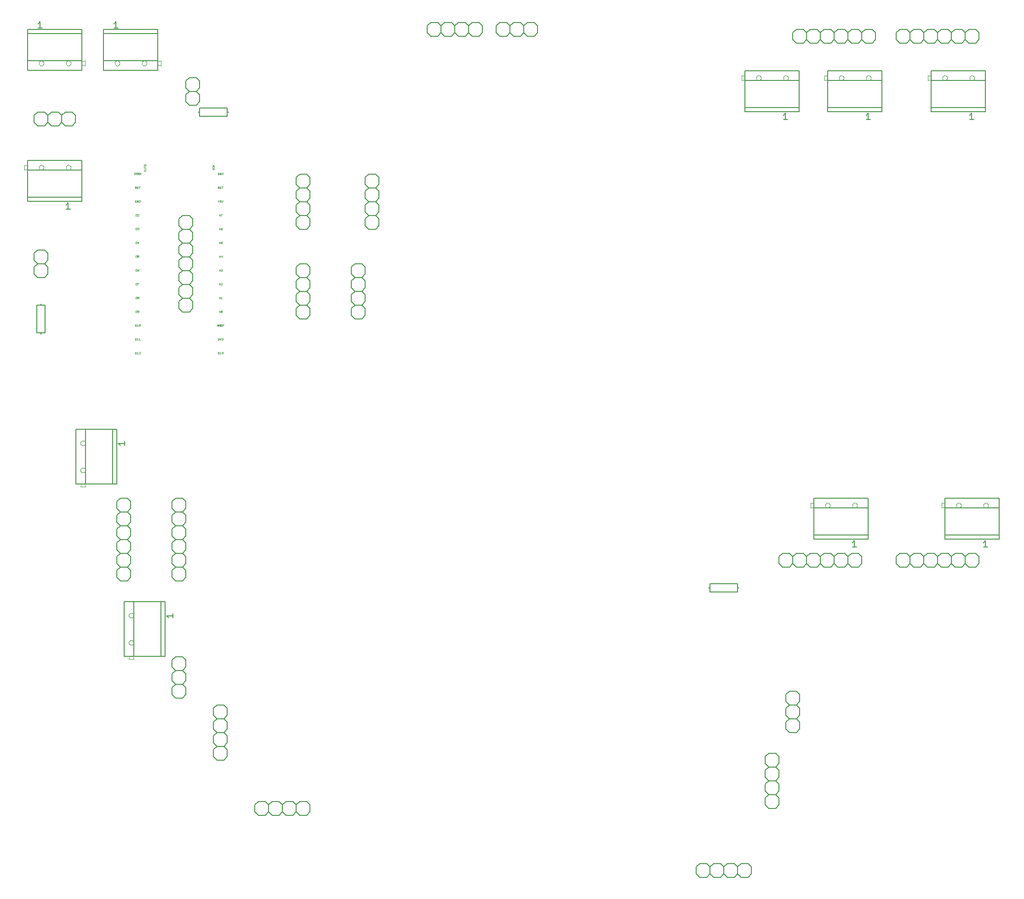
<source format=gto>
G75*
%MOIN*%
%OFA0B0*%
%FSLAX25Y25*%
%IPPOS*%
%LPD*%
%AMOC8*
5,1,8,0,0,1.08239X$1,22.5*
%
%ADD10C,0.00600*%
%ADD11C,0.00800*%
%ADD12C,0.00100*%
%ADD13C,0.00300*%
%ADD14C,0.00500*%
D10*
X0169300Y0116800D02*
X0171800Y0114300D01*
X0176800Y0114300D01*
X0179300Y0116800D01*
X0179300Y0121800D01*
X0176800Y0124300D01*
X0179300Y0126800D01*
X0179300Y0131800D01*
X0176800Y0134300D01*
X0171800Y0134300D01*
X0169300Y0131800D01*
X0169300Y0126800D01*
X0171800Y0124300D01*
X0176800Y0124300D01*
X0171800Y0124300D02*
X0169300Y0121800D01*
X0169300Y0116800D01*
X0171800Y0134300D02*
X0169300Y0136800D01*
X0169300Y0141800D01*
X0171800Y0144300D01*
X0169300Y0146800D01*
X0169300Y0151800D01*
X0171800Y0154300D01*
X0176800Y0154300D01*
X0179300Y0151800D01*
X0179300Y0146800D01*
X0176800Y0144300D01*
X0179300Y0141800D01*
X0179300Y0136800D01*
X0176800Y0134300D01*
X0176800Y0144300D02*
X0171800Y0144300D01*
X0149300Y0161800D02*
X0149300Y0166800D01*
X0146800Y0169300D01*
X0141800Y0169300D01*
X0139300Y0166800D01*
X0139300Y0161800D01*
X0141800Y0159300D01*
X0146800Y0159300D01*
X0149300Y0161800D01*
X0146800Y0169300D02*
X0149300Y0171800D01*
X0149300Y0176800D01*
X0146800Y0179300D01*
X0141800Y0179300D01*
X0139300Y0176800D01*
X0139300Y0171800D01*
X0141800Y0169300D01*
X0141800Y0179300D02*
X0139300Y0181800D01*
X0139300Y0186800D01*
X0141800Y0189300D01*
X0146800Y0189300D01*
X0149300Y0186800D01*
X0149300Y0181800D01*
X0146800Y0179300D01*
X0134064Y0189615D02*
X0131150Y0189615D01*
X0131150Y0228985D01*
X0134064Y0228985D01*
X0134064Y0189615D01*
X0131150Y0189615D02*
X0111347Y0189615D01*
X0111347Y0228985D01*
X0131150Y0228985D01*
X0141800Y0244300D02*
X0139300Y0246800D01*
X0139300Y0251800D01*
X0141800Y0254300D01*
X0139300Y0256800D01*
X0139300Y0261800D01*
X0141800Y0264300D01*
X0146800Y0264300D01*
X0149300Y0261800D01*
X0149300Y0256800D01*
X0146800Y0254300D01*
X0149300Y0251800D01*
X0149300Y0246800D01*
X0146800Y0244300D01*
X0141800Y0244300D01*
X0141800Y0254300D02*
X0146800Y0254300D01*
X0146800Y0264300D02*
X0149300Y0266800D01*
X0149300Y0271800D01*
X0146800Y0274300D01*
X0149300Y0276800D01*
X0149300Y0281800D01*
X0146800Y0284300D01*
X0149300Y0286800D01*
X0149300Y0291800D01*
X0146800Y0294300D01*
X0149300Y0296800D01*
X0149300Y0301800D01*
X0146800Y0304300D01*
X0141800Y0304300D01*
X0139300Y0301800D01*
X0139300Y0296800D01*
X0141800Y0294300D01*
X0146800Y0294300D01*
X0141800Y0294300D02*
X0139300Y0291800D01*
X0139300Y0286800D01*
X0141800Y0284300D01*
X0146800Y0284300D01*
X0141800Y0284300D02*
X0139300Y0281800D01*
X0139300Y0276800D01*
X0141800Y0274300D01*
X0146800Y0274300D01*
X0141800Y0274300D02*
X0139300Y0271800D01*
X0139300Y0266800D01*
X0141800Y0264300D01*
X0109300Y0261800D02*
X0109300Y0256800D01*
X0106800Y0254300D01*
X0109300Y0251800D01*
X0109300Y0246800D01*
X0106800Y0244300D01*
X0101800Y0244300D01*
X0099300Y0246800D01*
X0099300Y0251800D01*
X0101800Y0254300D01*
X0099300Y0256800D01*
X0099300Y0261800D01*
X0101800Y0264300D01*
X0099300Y0266800D01*
X0099300Y0271800D01*
X0101800Y0274300D01*
X0099300Y0276800D01*
X0099300Y0281800D01*
X0101800Y0284300D01*
X0099300Y0286800D01*
X0099300Y0291800D01*
X0101800Y0294300D01*
X0099300Y0296800D01*
X0099300Y0301800D01*
X0101800Y0304300D01*
X0106800Y0304300D01*
X0109300Y0301800D01*
X0109300Y0296800D01*
X0106800Y0294300D01*
X0109300Y0291800D01*
X0109300Y0286800D01*
X0106800Y0284300D01*
X0101800Y0284300D01*
X0106800Y0284300D02*
X0109300Y0281800D01*
X0109300Y0276800D01*
X0106800Y0274300D01*
X0109300Y0271800D01*
X0109300Y0266800D01*
X0106800Y0264300D01*
X0109300Y0261800D01*
X0106800Y0264300D02*
X0101800Y0264300D01*
X0101800Y0254300D02*
X0106800Y0254300D01*
X0106800Y0274300D02*
X0101800Y0274300D01*
X0101800Y0294300D02*
X0106800Y0294300D01*
X0099064Y0314615D02*
X0096150Y0314615D01*
X0096150Y0353985D01*
X0099064Y0353985D01*
X0099064Y0314615D01*
X0096150Y0314615D02*
X0076347Y0314615D01*
X0076347Y0353985D01*
X0096150Y0353985D01*
X0076347Y0353985D02*
X0069536Y0353985D01*
X0069536Y0314615D01*
X0073493Y0314615D01*
X0075816Y0314615D01*
X0076347Y0314615D01*
X0104536Y0228985D02*
X0111347Y0228985D01*
X0104536Y0228985D02*
X0104536Y0189615D01*
X0108493Y0189615D01*
X0110816Y0189615D01*
X0111347Y0189615D01*
X0201800Y0084300D02*
X0199300Y0081800D01*
X0199300Y0076800D01*
X0201800Y0074300D01*
X0206800Y0074300D01*
X0209300Y0076800D01*
X0211800Y0074300D01*
X0216800Y0074300D01*
X0219300Y0076800D01*
X0219300Y0081800D01*
X0216800Y0084300D01*
X0211800Y0084300D01*
X0209300Y0081800D01*
X0209300Y0076800D01*
X0209300Y0081800D02*
X0206800Y0084300D01*
X0201800Y0084300D01*
X0219300Y0081800D02*
X0221800Y0084300D01*
X0226800Y0084300D01*
X0229300Y0081800D01*
X0231800Y0084300D01*
X0236800Y0084300D01*
X0239300Y0081800D01*
X0239300Y0076800D01*
X0236800Y0074300D01*
X0231800Y0074300D01*
X0229300Y0076800D01*
X0226800Y0074300D01*
X0221800Y0074300D01*
X0219300Y0076800D01*
X0229300Y0076800D02*
X0229300Y0081800D01*
X0519300Y0036800D02*
X0519300Y0031800D01*
X0521800Y0029300D01*
X0526800Y0029300D01*
X0529300Y0031800D01*
X0531800Y0029300D01*
X0536800Y0029300D01*
X0539300Y0031800D01*
X0539300Y0036800D01*
X0536800Y0039300D01*
X0531800Y0039300D01*
X0529300Y0036800D01*
X0529300Y0031800D01*
X0529300Y0036800D02*
X0526800Y0039300D01*
X0521800Y0039300D01*
X0519300Y0036800D01*
X0539300Y0036800D02*
X0541800Y0039300D01*
X0546800Y0039300D01*
X0549300Y0036800D01*
X0551800Y0039300D01*
X0556800Y0039300D01*
X0559300Y0036800D01*
X0559300Y0031800D01*
X0556800Y0029300D01*
X0551800Y0029300D01*
X0549300Y0031800D01*
X0546800Y0029300D01*
X0541800Y0029300D01*
X0539300Y0031800D01*
X0549300Y0031800D02*
X0549300Y0036800D01*
X0571800Y0079300D02*
X0569300Y0081800D01*
X0569300Y0086800D01*
X0571800Y0089300D01*
X0569300Y0091800D01*
X0569300Y0096800D01*
X0571800Y0099300D01*
X0576800Y0099300D01*
X0579300Y0096800D01*
X0579300Y0091800D01*
X0576800Y0089300D01*
X0579300Y0086800D01*
X0579300Y0081800D01*
X0576800Y0079300D01*
X0571800Y0079300D01*
X0571800Y0089300D02*
X0576800Y0089300D01*
X0576800Y0099300D02*
X0579300Y0101800D01*
X0579300Y0106800D01*
X0576800Y0109300D01*
X0579300Y0111800D01*
X0579300Y0116800D01*
X0576800Y0119300D01*
X0571800Y0119300D01*
X0569300Y0116800D01*
X0569300Y0111800D01*
X0571800Y0109300D01*
X0576800Y0109300D01*
X0571800Y0109300D02*
X0569300Y0106800D01*
X0569300Y0101800D01*
X0571800Y0099300D01*
X0586800Y0134300D02*
X0584300Y0136800D01*
X0584300Y0141800D01*
X0586800Y0144300D01*
X0584300Y0146800D01*
X0584300Y0151800D01*
X0586800Y0154300D01*
X0584300Y0156800D01*
X0584300Y0161800D01*
X0586800Y0164300D01*
X0591800Y0164300D01*
X0594300Y0161800D01*
X0594300Y0156800D01*
X0591800Y0154300D01*
X0594300Y0151800D01*
X0594300Y0146800D01*
X0591800Y0144300D01*
X0594300Y0141800D01*
X0594300Y0136800D01*
X0591800Y0134300D01*
X0586800Y0134300D01*
X0586800Y0144300D02*
X0591800Y0144300D01*
X0591800Y0154300D02*
X0586800Y0154300D01*
X0586800Y0254300D02*
X0581800Y0254300D01*
X0579300Y0256800D01*
X0579300Y0261800D01*
X0581800Y0264300D01*
X0586800Y0264300D01*
X0589300Y0261800D01*
X0591800Y0264300D01*
X0596800Y0264300D01*
X0599300Y0261800D01*
X0601800Y0264300D01*
X0606800Y0264300D01*
X0609300Y0261800D01*
X0611800Y0264300D01*
X0616800Y0264300D01*
X0619300Y0261800D01*
X0621800Y0264300D01*
X0626800Y0264300D01*
X0629300Y0261800D01*
X0631800Y0264300D01*
X0636800Y0264300D01*
X0639300Y0261800D01*
X0639300Y0256800D01*
X0636800Y0254300D01*
X0631800Y0254300D01*
X0629300Y0256800D01*
X0626800Y0254300D01*
X0621800Y0254300D01*
X0619300Y0256800D01*
X0619300Y0261800D01*
X0619300Y0256800D02*
X0616800Y0254300D01*
X0611800Y0254300D01*
X0609300Y0256800D01*
X0606800Y0254300D01*
X0601800Y0254300D01*
X0599300Y0256800D01*
X0596800Y0254300D01*
X0591800Y0254300D01*
X0589300Y0256800D01*
X0586800Y0254300D01*
X0589300Y0256800D02*
X0589300Y0261800D01*
X0599300Y0261800D02*
X0599300Y0256800D01*
X0609300Y0256800D02*
X0609300Y0261800D01*
X0604615Y0274536D02*
X0604615Y0277450D01*
X0643985Y0277450D01*
X0643985Y0274536D01*
X0604615Y0274536D01*
X0604615Y0277450D02*
X0604615Y0297253D01*
X0643985Y0297253D01*
X0643985Y0277450D01*
X0629300Y0261800D02*
X0629300Y0256800D01*
X0664300Y0256800D02*
X0664300Y0261800D01*
X0666800Y0264300D01*
X0671800Y0264300D01*
X0674300Y0261800D01*
X0676800Y0264300D01*
X0681800Y0264300D01*
X0684300Y0261800D01*
X0686800Y0264300D01*
X0691800Y0264300D01*
X0694300Y0261800D01*
X0696800Y0264300D01*
X0701800Y0264300D01*
X0704300Y0261800D01*
X0706800Y0264300D01*
X0711800Y0264300D01*
X0714300Y0261800D01*
X0716800Y0264300D01*
X0721800Y0264300D01*
X0724300Y0261800D01*
X0724300Y0256800D01*
X0721800Y0254300D01*
X0716800Y0254300D01*
X0714300Y0256800D01*
X0711800Y0254300D01*
X0706800Y0254300D01*
X0704300Y0256800D01*
X0704300Y0261800D01*
X0704300Y0256800D02*
X0701800Y0254300D01*
X0696800Y0254300D01*
X0694300Y0256800D01*
X0691800Y0254300D01*
X0686800Y0254300D01*
X0684300Y0256800D01*
X0681800Y0254300D01*
X0676800Y0254300D01*
X0674300Y0256800D01*
X0671800Y0254300D01*
X0666800Y0254300D01*
X0664300Y0256800D01*
X0674300Y0256800D02*
X0674300Y0261800D01*
X0684300Y0261800D02*
X0684300Y0256800D01*
X0694300Y0256800D02*
X0694300Y0261800D01*
X0699615Y0274536D02*
X0699615Y0277450D01*
X0738985Y0277450D01*
X0738985Y0274536D01*
X0699615Y0274536D01*
X0699615Y0277450D02*
X0699615Y0297253D01*
X0738985Y0297253D01*
X0738985Y0277450D01*
X0738985Y0297253D02*
X0738985Y0304064D01*
X0699615Y0304064D01*
X0699615Y0300107D01*
X0699615Y0297784D01*
X0699615Y0297253D01*
X0714300Y0261800D02*
X0714300Y0256800D01*
X0643985Y0297253D02*
X0643985Y0304064D01*
X0604615Y0304064D01*
X0604615Y0300107D01*
X0604615Y0297784D01*
X0604615Y0297253D01*
X0614615Y0584536D02*
X0614615Y0587450D01*
X0653985Y0587450D01*
X0653985Y0584536D01*
X0614615Y0584536D01*
X0614615Y0587450D02*
X0614615Y0607253D01*
X0653985Y0607253D01*
X0653985Y0587450D01*
X0653985Y0607253D02*
X0653985Y0614064D01*
X0614615Y0614064D01*
X0614615Y0610107D01*
X0614615Y0607784D01*
X0614615Y0607253D01*
X0593985Y0607253D02*
X0593985Y0587450D01*
X0554615Y0587450D01*
X0554615Y0607253D01*
X0593985Y0607253D01*
X0593985Y0614064D01*
X0554615Y0614064D01*
X0554615Y0610107D01*
X0554615Y0607784D01*
X0554615Y0607253D01*
X0554615Y0587450D02*
X0554615Y0584536D01*
X0593985Y0584536D01*
X0593985Y0587450D01*
X0591800Y0634300D02*
X0589300Y0636800D01*
X0589300Y0641800D01*
X0591800Y0644300D01*
X0596800Y0644300D01*
X0599300Y0641800D01*
X0601800Y0644300D01*
X0606800Y0644300D01*
X0609300Y0641800D01*
X0611800Y0644300D01*
X0616800Y0644300D01*
X0619300Y0641800D01*
X0621800Y0644300D01*
X0626800Y0644300D01*
X0629300Y0641800D01*
X0631800Y0644300D01*
X0636800Y0644300D01*
X0639300Y0641800D01*
X0641800Y0644300D01*
X0646800Y0644300D01*
X0649300Y0641800D01*
X0649300Y0636800D01*
X0646800Y0634300D01*
X0641800Y0634300D01*
X0639300Y0636800D01*
X0636800Y0634300D01*
X0631800Y0634300D01*
X0629300Y0636800D01*
X0629300Y0641800D01*
X0629300Y0636800D02*
X0626800Y0634300D01*
X0621800Y0634300D01*
X0619300Y0636800D01*
X0616800Y0634300D01*
X0611800Y0634300D01*
X0609300Y0636800D01*
X0606800Y0634300D01*
X0601800Y0634300D01*
X0599300Y0636800D01*
X0596800Y0634300D01*
X0591800Y0634300D01*
X0599300Y0636800D02*
X0599300Y0641800D01*
X0609300Y0641800D02*
X0609300Y0636800D01*
X0619300Y0636800D02*
X0619300Y0641800D01*
X0639300Y0641800D02*
X0639300Y0636800D01*
X0664300Y0636800D02*
X0664300Y0641800D01*
X0666800Y0644300D01*
X0671800Y0644300D01*
X0674300Y0641800D01*
X0676800Y0644300D01*
X0681800Y0644300D01*
X0684300Y0641800D01*
X0686800Y0644300D01*
X0691800Y0644300D01*
X0694300Y0641800D01*
X0696800Y0644300D01*
X0701800Y0644300D01*
X0704300Y0641800D01*
X0706800Y0644300D01*
X0711800Y0644300D01*
X0714300Y0641800D01*
X0716800Y0644300D01*
X0721800Y0644300D01*
X0724300Y0641800D01*
X0724300Y0636800D01*
X0721800Y0634300D01*
X0716800Y0634300D01*
X0714300Y0636800D01*
X0711800Y0634300D01*
X0706800Y0634300D01*
X0704300Y0636800D01*
X0704300Y0641800D01*
X0704300Y0636800D02*
X0701800Y0634300D01*
X0696800Y0634300D01*
X0694300Y0636800D01*
X0691800Y0634300D01*
X0686800Y0634300D01*
X0684300Y0636800D01*
X0681800Y0634300D01*
X0676800Y0634300D01*
X0674300Y0636800D01*
X0671800Y0634300D01*
X0666800Y0634300D01*
X0664300Y0636800D01*
X0674300Y0636800D02*
X0674300Y0641800D01*
X0684300Y0641800D02*
X0684300Y0636800D01*
X0694300Y0636800D02*
X0694300Y0641800D01*
X0714300Y0641800D02*
X0714300Y0636800D01*
X0728985Y0614064D02*
X0728985Y0607253D01*
X0689615Y0607253D01*
X0689615Y0607784D01*
X0689615Y0610107D01*
X0689615Y0614064D01*
X0728985Y0614064D01*
X0728985Y0607253D02*
X0728985Y0587450D01*
X0689615Y0587450D01*
X0689615Y0607253D01*
X0689615Y0587450D02*
X0689615Y0584536D01*
X0728985Y0584536D01*
X0728985Y0587450D01*
X0404300Y0641800D02*
X0401800Y0639300D01*
X0396800Y0639300D01*
X0394300Y0641800D01*
X0391800Y0639300D01*
X0386800Y0639300D01*
X0384300Y0641800D01*
X0381800Y0639300D01*
X0376800Y0639300D01*
X0374300Y0641800D01*
X0374300Y0646800D01*
X0376800Y0649300D01*
X0381800Y0649300D01*
X0384300Y0646800D01*
X0386800Y0649300D01*
X0391800Y0649300D01*
X0394300Y0646800D01*
X0396800Y0649300D01*
X0401800Y0649300D01*
X0404300Y0646800D01*
X0404300Y0641800D01*
X0394300Y0641800D02*
X0394300Y0646800D01*
X0384300Y0646800D02*
X0384300Y0641800D01*
X0364300Y0641800D02*
X0361800Y0639300D01*
X0356800Y0639300D01*
X0354300Y0641800D01*
X0351800Y0639300D01*
X0346800Y0639300D01*
X0344300Y0641800D01*
X0341800Y0639300D01*
X0336800Y0639300D01*
X0334300Y0641800D01*
X0331800Y0639300D01*
X0326800Y0639300D01*
X0324300Y0641800D01*
X0324300Y0646800D01*
X0326800Y0649300D01*
X0331800Y0649300D01*
X0334300Y0646800D01*
X0336800Y0649300D01*
X0341800Y0649300D01*
X0344300Y0646800D01*
X0344300Y0641800D01*
X0344300Y0646800D02*
X0346800Y0649300D01*
X0351800Y0649300D01*
X0354300Y0646800D01*
X0356800Y0649300D01*
X0361800Y0649300D01*
X0364300Y0646800D01*
X0364300Y0641800D01*
X0354300Y0641800D02*
X0354300Y0646800D01*
X0334300Y0646800D02*
X0334300Y0641800D01*
X0286800Y0539300D02*
X0289300Y0536800D01*
X0289300Y0531800D01*
X0286800Y0529300D01*
X0289300Y0526800D01*
X0289300Y0521800D01*
X0286800Y0519300D01*
X0281800Y0519300D01*
X0279300Y0521800D01*
X0279300Y0526800D01*
X0281800Y0529300D01*
X0279300Y0531800D01*
X0279300Y0536800D01*
X0281800Y0539300D01*
X0286800Y0539300D01*
X0286800Y0529300D02*
X0281800Y0529300D01*
X0281800Y0519300D02*
X0279300Y0516800D01*
X0279300Y0511800D01*
X0281800Y0509300D01*
X0279300Y0506800D01*
X0279300Y0501800D01*
X0281800Y0499300D01*
X0286800Y0499300D01*
X0289300Y0501800D01*
X0289300Y0506800D01*
X0286800Y0509300D01*
X0281800Y0509300D01*
X0286800Y0509300D02*
X0289300Y0511800D01*
X0289300Y0516800D01*
X0286800Y0519300D01*
X0239300Y0516800D02*
X0239300Y0511800D01*
X0236800Y0509300D01*
X0239300Y0506800D01*
X0239300Y0501800D01*
X0236800Y0499300D01*
X0231800Y0499300D01*
X0229300Y0501800D01*
X0229300Y0506800D01*
X0231800Y0509300D01*
X0229300Y0511800D01*
X0229300Y0516800D01*
X0231800Y0519300D01*
X0229300Y0521800D01*
X0229300Y0526800D01*
X0231800Y0529300D01*
X0229300Y0531800D01*
X0229300Y0536800D01*
X0231800Y0539300D01*
X0236800Y0539300D01*
X0239300Y0536800D01*
X0239300Y0531800D01*
X0236800Y0529300D01*
X0239300Y0526800D01*
X0239300Y0521800D01*
X0236800Y0519300D01*
X0231800Y0519300D01*
X0236800Y0519300D02*
X0239300Y0516800D01*
X0236800Y0509300D02*
X0231800Y0509300D01*
X0231800Y0529300D02*
X0236800Y0529300D01*
X0236800Y0474300D02*
X0231800Y0474300D01*
X0229300Y0471800D01*
X0229300Y0466800D01*
X0231800Y0464300D01*
X0229300Y0461800D01*
X0229300Y0456800D01*
X0231800Y0454300D01*
X0236800Y0454300D01*
X0239300Y0456800D01*
X0239300Y0461800D01*
X0236800Y0464300D01*
X0231800Y0464300D01*
X0236800Y0464300D02*
X0239300Y0466800D01*
X0239300Y0471800D01*
X0236800Y0474300D01*
X0236800Y0454300D02*
X0239300Y0451800D01*
X0239300Y0446800D01*
X0236800Y0444300D01*
X0239300Y0441800D01*
X0239300Y0436800D01*
X0236800Y0434300D01*
X0231800Y0434300D01*
X0229300Y0436800D01*
X0229300Y0441800D01*
X0231800Y0444300D01*
X0229300Y0446800D01*
X0229300Y0451800D01*
X0231800Y0454300D01*
X0231800Y0444300D02*
X0236800Y0444300D01*
X0269300Y0441800D02*
X0269300Y0436800D01*
X0271800Y0434300D01*
X0276800Y0434300D01*
X0279300Y0436800D01*
X0279300Y0441800D01*
X0276800Y0444300D01*
X0271800Y0444300D01*
X0269300Y0441800D01*
X0271800Y0444300D02*
X0269300Y0446800D01*
X0269300Y0451800D01*
X0271800Y0454300D01*
X0269300Y0456800D01*
X0269300Y0461800D01*
X0271800Y0464300D01*
X0269300Y0466800D01*
X0269300Y0471800D01*
X0271800Y0474300D01*
X0276800Y0474300D01*
X0279300Y0471800D01*
X0279300Y0466800D01*
X0276800Y0464300D01*
X0279300Y0461800D01*
X0279300Y0456800D01*
X0276800Y0454300D01*
X0271800Y0454300D01*
X0276800Y0454300D02*
X0279300Y0451800D01*
X0279300Y0446800D01*
X0276800Y0444300D01*
X0276800Y0464300D02*
X0271800Y0464300D01*
X0154300Y0461800D02*
X0151800Y0459300D01*
X0146800Y0459300D01*
X0144300Y0461800D01*
X0144300Y0466800D01*
X0146800Y0469300D01*
X0144300Y0471800D01*
X0144300Y0476800D01*
X0146800Y0479300D01*
X0144300Y0481800D01*
X0144300Y0486800D01*
X0146800Y0489300D01*
X0144300Y0491800D01*
X0144300Y0496800D01*
X0146800Y0499300D01*
X0144300Y0501800D01*
X0144300Y0506800D01*
X0146800Y0509300D01*
X0151800Y0509300D01*
X0154300Y0506800D01*
X0154300Y0501800D01*
X0151800Y0499300D01*
X0154300Y0496800D01*
X0154300Y0491800D01*
X0151800Y0489300D01*
X0146800Y0489300D01*
X0151800Y0489300D02*
X0154300Y0486800D01*
X0154300Y0481800D01*
X0151800Y0479300D01*
X0154300Y0476800D01*
X0154300Y0471800D01*
X0151800Y0469300D01*
X0154300Y0466800D01*
X0154300Y0461800D01*
X0151800Y0459300D02*
X0154300Y0456800D01*
X0154300Y0451800D01*
X0151800Y0449300D01*
X0154300Y0446800D01*
X0154300Y0441800D01*
X0151800Y0439300D01*
X0146800Y0439300D01*
X0144300Y0441800D01*
X0144300Y0446800D01*
X0146800Y0449300D01*
X0144300Y0451800D01*
X0144300Y0456800D01*
X0146800Y0459300D01*
X0146800Y0449300D02*
X0151800Y0449300D01*
X0151800Y0469300D02*
X0146800Y0469300D01*
X0146800Y0479300D02*
X0151800Y0479300D01*
X0151800Y0499300D02*
X0146800Y0499300D01*
X0073985Y0519536D02*
X0034615Y0519536D01*
X0034615Y0522450D01*
X0073985Y0522450D01*
X0073985Y0519536D01*
X0073985Y0522450D02*
X0073985Y0542253D01*
X0034615Y0542253D01*
X0034615Y0542784D01*
X0034615Y0545107D01*
X0034615Y0549064D01*
X0073985Y0549064D01*
X0073985Y0542253D01*
X0066800Y0574300D02*
X0061800Y0574300D01*
X0059300Y0576800D01*
X0056800Y0574300D01*
X0051800Y0574300D01*
X0049300Y0576800D01*
X0046800Y0574300D01*
X0041800Y0574300D01*
X0039300Y0576800D01*
X0039300Y0581800D01*
X0041800Y0584300D01*
X0046800Y0584300D01*
X0049300Y0581800D01*
X0051800Y0584300D01*
X0056800Y0584300D01*
X0059300Y0581800D01*
X0061800Y0584300D01*
X0066800Y0584300D01*
X0069300Y0581800D01*
X0069300Y0576800D01*
X0066800Y0574300D01*
X0059300Y0576800D02*
X0059300Y0581800D01*
X0049300Y0581800D02*
X0049300Y0576800D01*
X0034615Y0542253D02*
X0034615Y0522450D01*
X0041800Y0484300D02*
X0039300Y0481800D01*
X0039300Y0476800D01*
X0041800Y0474300D01*
X0039300Y0471800D01*
X0039300Y0466800D01*
X0041800Y0464300D01*
X0046800Y0464300D01*
X0049300Y0466800D01*
X0049300Y0471800D01*
X0046800Y0474300D01*
X0041800Y0474300D01*
X0046800Y0474300D02*
X0049300Y0476800D01*
X0049300Y0481800D01*
X0046800Y0484300D01*
X0041800Y0484300D01*
X0149300Y0591800D02*
X0149300Y0596800D01*
X0151800Y0599300D01*
X0149300Y0601800D01*
X0149300Y0606800D01*
X0151800Y0609300D01*
X0156800Y0609300D01*
X0159300Y0606800D01*
X0159300Y0601800D01*
X0156800Y0599300D01*
X0159300Y0596800D01*
X0159300Y0591800D01*
X0156800Y0589300D01*
X0151800Y0589300D01*
X0149300Y0591800D01*
X0151800Y0599300D02*
X0156800Y0599300D01*
X0128985Y0614536D02*
X0128985Y0618493D01*
X0128985Y0620816D01*
X0128985Y0621347D01*
X0089615Y0621347D01*
X0089615Y0641150D01*
X0128985Y0641150D01*
X0128985Y0621347D01*
X0128985Y0614536D02*
X0089615Y0614536D01*
X0089615Y0621347D01*
X0073985Y0621347D02*
X0034615Y0621347D01*
X0034615Y0641150D01*
X0073985Y0641150D01*
X0073985Y0621347D01*
X0073985Y0620816D01*
X0073985Y0618493D01*
X0073985Y0614536D01*
X0034615Y0614536D01*
X0034615Y0621347D01*
X0034615Y0641150D02*
X0034615Y0644064D01*
X0073985Y0644064D01*
X0073985Y0641150D01*
X0089615Y0641150D02*
X0089615Y0644064D01*
X0128985Y0644064D01*
X0128985Y0641150D01*
D11*
X0159300Y0587300D02*
X0159300Y0584300D01*
X0158300Y0584300D01*
X0159300Y0584300D02*
X0159300Y0581300D01*
X0179300Y0581300D01*
X0179300Y0584300D01*
X0180300Y0584300D01*
X0179300Y0584300D02*
X0179300Y0587300D01*
X0159300Y0587300D01*
X0047300Y0444300D02*
X0044300Y0444300D01*
X0044300Y0445300D01*
X0044300Y0444300D02*
X0041300Y0444300D01*
X0041300Y0424300D01*
X0044300Y0424300D01*
X0044300Y0423300D01*
X0044300Y0424300D02*
X0047300Y0424300D01*
X0047300Y0444300D01*
X0529300Y0242300D02*
X0529300Y0239300D01*
X0528300Y0239300D01*
X0529300Y0239300D02*
X0529300Y0236300D01*
X0549300Y0236300D01*
X0549300Y0239300D01*
X0550300Y0239300D01*
X0549300Y0239300D02*
X0549300Y0242300D01*
X0529300Y0242300D01*
D12*
X0176046Y0409084D02*
X0175813Y0408850D01*
X0175346Y0408850D01*
X0175112Y0409084D01*
X0174665Y0408850D02*
X0173731Y0408850D01*
X0174198Y0408850D02*
X0174198Y0410251D01*
X0173731Y0409784D01*
X0173284Y0410018D02*
X0173051Y0410251D01*
X0172350Y0410251D01*
X0172350Y0408850D01*
X0173051Y0408850D01*
X0173284Y0409084D01*
X0173284Y0410018D01*
X0175112Y0410018D02*
X0175346Y0410251D01*
X0175813Y0410251D01*
X0176046Y0410018D01*
X0176046Y0409784D01*
X0175813Y0409551D01*
X0176046Y0409317D01*
X0176046Y0409084D01*
X0175813Y0409551D02*
X0175579Y0409551D01*
X0175346Y0418850D02*
X0175112Y0419084D01*
X0175346Y0418850D02*
X0175813Y0418850D01*
X0176046Y0419084D01*
X0176046Y0419317D01*
X0175813Y0419551D01*
X0175579Y0419551D01*
X0175813Y0419551D02*
X0176046Y0419784D01*
X0176046Y0420018D01*
X0175813Y0420251D01*
X0175346Y0420251D01*
X0175112Y0420018D01*
X0174665Y0420251D02*
X0174665Y0419317D01*
X0174198Y0418850D01*
X0173731Y0419317D01*
X0173731Y0420251D01*
X0173284Y0420018D02*
X0173284Y0419784D01*
X0173051Y0419551D01*
X0173284Y0419317D01*
X0173284Y0419084D01*
X0173051Y0418850D01*
X0172584Y0418850D01*
X0172350Y0419084D01*
X0172817Y0419551D02*
X0173051Y0419551D01*
X0173284Y0420018D02*
X0173051Y0420251D01*
X0172584Y0420251D01*
X0172350Y0420018D01*
X0172784Y0428850D02*
X0172784Y0429784D01*
X0172317Y0430251D01*
X0171850Y0429784D01*
X0171850Y0428850D01*
X0171850Y0429551D02*
X0172784Y0429551D01*
X0173231Y0429317D02*
X0173932Y0429317D01*
X0174165Y0429551D01*
X0174165Y0430018D01*
X0173932Y0430251D01*
X0173231Y0430251D01*
X0173231Y0428850D01*
X0173698Y0429317D02*
X0174165Y0428850D01*
X0174612Y0428850D02*
X0175546Y0428850D01*
X0175994Y0428850D02*
X0175994Y0430251D01*
X0176928Y0430251D01*
X0176461Y0429551D02*
X0175994Y0429551D01*
X0175546Y0430251D02*
X0174612Y0430251D01*
X0174612Y0428850D01*
X0174612Y0429551D02*
X0175079Y0429551D01*
X0174965Y0438850D02*
X0174731Y0439084D01*
X0175665Y0440018D01*
X0175665Y0439084D01*
X0175432Y0438850D01*
X0174965Y0438850D01*
X0174731Y0439084D02*
X0174731Y0440018D01*
X0174965Y0440251D01*
X0175432Y0440251D01*
X0175665Y0440018D01*
X0174284Y0439784D02*
X0174284Y0438850D01*
X0174284Y0439551D02*
X0173350Y0439551D01*
X0173350Y0439784D02*
X0173817Y0440251D01*
X0174284Y0439784D01*
X0173350Y0439784D02*
X0173350Y0438850D01*
X0173350Y0448850D02*
X0173350Y0449784D01*
X0173817Y0450251D01*
X0174284Y0449784D01*
X0174284Y0448850D01*
X0174731Y0448850D02*
X0175665Y0448850D01*
X0175198Y0448850D02*
X0175198Y0450251D01*
X0174731Y0449784D01*
X0174284Y0449551D02*
X0173350Y0449551D01*
X0173350Y0458850D02*
X0173350Y0459784D01*
X0173817Y0460251D01*
X0174284Y0459784D01*
X0174284Y0458850D01*
X0174731Y0458850D02*
X0175665Y0459784D01*
X0175665Y0460018D01*
X0175432Y0460251D01*
X0174965Y0460251D01*
X0174731Y0460018D01*
X0174284Y0459551D02*
X0173350Y0459551D01*
X0174731Y0458850D02*
X0175665Y0458850D01*
X0175432Y0468850D02*
X0174965Y0468850D01*
X0174731Y0469084D01*
X0174284Y0468850D02*
X0174284Y0469784D01*
X0173817Y0470251D01*
X0173350Y0469784D01*
X0173350Y0468850D01*
X0173350Y0469551D02*
X0174284Y0469551D01*
X0174731Y0470018D02*
X0174965Y0470251D01*
X0175432Y0470251D01*
X0175665Y0470018D01*
X0175665Y0469784D01*
X0175432Y0469551D01*
X0175665Y0469317D01*
X0175665Y0469084D01*
X0175432Y0468850D01*
X0175432Y0469551D02*
X0175198Y0469551D01*
X0175432Y0478850D02*
X0175432Y0480251D01*
X0174731Y0479551D01*
X0175665Y0479551D01*
X0174284Y0479551D02*
X0173350Y0479551D01*
X0173350Y0479784D02*
X0173817Y0480251D01*
X0174284Y0479784D01*
X0174284Y0478850D01*
X0173350Y0478850D02*
X0173350Y0479784D01*
X0173350Y0488850D02*
X0173350Y0489784D01*
X0173817Y0490251D01*
X0174284Y0489784D01*
X0174284Y0488850D01*
X0174731Y0489084D02*
X0174965Y0488850D01*
X0175432Y0488850D01*
X0175665Y0489084D01*
X0175665Y0489551D01*
X0175432Y0489784D01*
X0175198Y0489784D01*
X0174731Y0489551D01*
X0174731Y0490251D01*
X0175665Y0490251D01*
X0174284Y0489551D02*
X0173350Y0489551D01*
X0173350Y0498850D02*
X0173350Y0499784D01*
X0173817Y0500251D01*
X0174284Y0499784D01*
X0174284Y0498850D01*
X0174731Y0499084D02*
X0174965Y0498850D01*
X0175432Y0498850D01*
X0175665Y0499084D01*
X0175665Y0499317D01*
X0175432Y0499551D01*
X0174731Y0499551D01*
X0174731Y0499084D01*
X0174731Y0499551D02*
X0175198Y0500018D01*
X0175665Y0500251D01*
X0174284Y0499551D02*
X0173350Y0499551D01*
X0173350Y0508850D02*
X0173350Y0509784D01*
X0173817Y0510251D01*
X0174284Y0509784D01*
X0174284Y0508850D01*
X0174731Y0508850D02*
X0174731Y0509084D01*
X0175665Y0510018D01*
X0175665Y0510251D01*
X0174731Y0510251D01*
X0174284Y0509551D02*
X0173350Y0509551D01*
X0173965Y0518850D02*
X0173731Y0519084D01*
X0173965Y0518850D02*
X0174432Y0518850D01*
X0174665Y0519084D01*
X0174665Y0519551D01*
X0174432Y0519784D01*
X0174198Y0519784D01*
X0173731Y0519551D01*
X0173731Y0520251D01*
X0174665Y0520251D01*
X0175112Y0520251D02*
X0175112Y0519317D01*
X0175579Y0518850D01*
X0176046Y0519317D01*
X0176046Y0520251D01*
X0173284Y0519551D02*
X0172350Y0519551D01*
X0172817Y0520018D02*
X0172817Y0519084D01*
X0173284Y0528850D02*
X0172817Y0529317D01*
X0173051Y0529317D02*
X0172350Y0529317D01*
X0172350Y0528850D02*
X0172350Y0530251D01*
X0173051Y0530251D01*
X0173284Y0530018D01*
X0173284Y0529551D01*
X0173051Y0529317D01*
X0173731Y0529084D02*
X0173965Y0528850D01*
X0174432Y0528850D01*
X0174665Y0529084D01*
X0174665Y0529317D01*
X0174432Y0529551D01*
X0173965Y0529551D01*
X0173731Y0529784D01*
X0173731Y0530018D01*
X0173965Y0530251D01*
X0174432Y0530251D01*
X0174665Y0530018D01*
X0175112Y0530251D02*
X0176046Y0530251D01*
X0175579Y0530251D02*
X0175579Y0528850D01*
X0175813Y0538850D02*
X0176046Y0539084D01*
X0176046Y0540018D01*
X0175813Y0540251D01*
X0175112Y0540251D01*
X0175112Y0538850D01*
X0175813Y0538850D01*
X0174665Y0538850D02*
X0174665Y0540251D01*
X0173731Y0540251D02*
X0173731Y0538850D01*
X0173284Y0539084D02*
X0173051Y0538850D01*
X0172584Y0538850D01*
X0172350Y0539084D01*
X0172350Y0540018D01*
X0172584Y0540251D01*
X0173051Y0540251D01*
X0173284Y0540018D01*
X0173284Y0539551D02*
X0172817Y0539551D01*
X0173284Y0539551D02*
X0173284Y0539084D01*
X0173731Y0540251D02*
X0174665Y0538850D01*
X0169750Y0542817D02*
X0169283Y0543284D01*
X0168349Y0543284D01*
X0168349Y0543731D02*
X0168349Y0544198D01*
X0168349Y0543965D02*
X0169750Y0543965D01*
X0169750Y0544198D02*
X0169750Y0543731D01*
X0169750Y0542817D02*
X0169283Y0542350D01*
X0168349Y0542350D01*
X0168349Y0544652D02*
X0169750Y0545586D01*
X0168349Y0545586D01*
X0168349Y0544652D02*
X0169750Y0544652D01*
X0120251Y0544402D02*
X0118850Y0544402D01*
X0118850Y0544869D02*
X0118850Y0543935D01*
X0118850Y0543021D02*
X0120251Y0543021D01*
X0120251Y0543488D02*
X0120251Y0542554D01*
X0120251Y0542106D02*
X0118850Y0541172D01*
X0118850Y0542106D02*
X0120251Y0541172D01*
X0120251Y0544402D02*
X0119784Y0544869D01*
X0120018Y0545316D02*
X0120251Y0545549D01*
X0120251Y0546250D01*
X0118850Y0546250D01*
X0118850Y0545549D01*
X0119084Y0545316D01*
X0120018Y0545316D01*
X0116928Y0540251D02*
X0115994Y0538850D01*
X0115546Y0538850D02*
X0115079Y0539317D01*
X0115313Y0539317D02*
X0114612Y0539317D01*
X0114612Y0538850D02*
X0114612Y0540251D01*
X0115313Y0540251D01*
X0115546Y0540018D01*
X0115546Y0539551D01*
X0115313Y0539317D01*
X0115994Y0540251D02*
X0116928Y0538850D01*
X0114165Y0539084D02*
X0113932Y0538850D01*
X0113465Y0538850D01*
X0113231Y0539084D01*
X0113231Y0540018D01*
X0113465Y0540251D01*
X0113932Y0540251D01*
X0114165Y0540018D01*
X0114165Y0539084D01*
X0112784Y0539084D02*
X0112551Y0538850D01*
X0111850Y0538850D01*
X0111850Y0540251D01*
X0112551Y0540251D01*
X0112784Y0540018D01*
X0112784Y0539084D01*
X0113051Y0530251D02*
X0113284Y0530018D01*
X0113284Y0529551D01*
X0113051Y0529317D01*
X0112350Y0529317D01*
X0112350Y0528850D02*
X0112350Y0530251D01*
X0113051Y0530251D01*
X0113731Y0530018D02*
X0113731Y0529784D01*
X0113965Y0529551D01*
X0114432Y0529551D01*
X0114665Y0529317D01*
X0114665Y0529084D01*
X0114432Y0528850D01*
X0113965Y0528850D01*
X0113731Y0529084D01*
X0113284Y0528850D02*
X0112817Y0529317D01*
X0113731Y0530018D02*
X0113965Y0530251D01*
X0114432Y0530251D01*
X0114665Y0530018D01*
X0115112Y0530251D02*
X0116046Y0530251D01*
X0115579Y0530251D02*
X0115579Y0528850D01*
X0115813Y0520251D02*
X0115112Y0520251D01*
X0115112Y0518850D01*
X0115813Y0518850D01*
X0116046Y0519084D01*
X0116046Y0520018D01*
X0115813Y0520251D01*
X0114665Y0520251D02*
X0114665Y0518850D01*
X0113731Y0520251D01*
X0113731Y0518850D01*
X0113284Y0519084D02*
X0113284Y0519551D01*
X0112817Y0519551D01*
X0112350Y0520018D02*
X0112350Y0519084D01*
X0112584Y0518850D01*
X0113051Y0518850D01*
X0113284Y0519084D01*
X0113284Y0520018D02*
X0113051Y0520251D01*
X0112584Y0520251D01*
X0112350Y0520018D01*
X0112850Y0510251D02*
X0113551Y0510251D01*
X0113784Y0510018D01*
X0113784Y0509084D01*
X0113551Y0508850D01*
X0112850Y0508850D01*
X0112850Y0510251D01*
X0114231Y0510018D02*
X0114465Y0510251D01*
X0114932Y0510251D01*
X0115165Y0510018D01*
X0115165Y0509784D01*
X0114231Y0508850D01*
X0115165Y0508850D01*
X0114932Y0500251D02*
X0115165Y0500018D01*
X0115165Y0499784D01*
X0114932Y0499551D01*
X0115165Y0499317D01*
X0115165Y0499084D01*
X0114932Y0498850D01*
X0114465Y0498850D01*
X0114231Y0499084D01*
X0113784Y0499084D02*
X0113784Y0500018D01*
X0113551Y0500251D01*
X0112850Y0500251D01*
X0112850Y0498850D01*
X0113551Y0498850D01*
X0113784Y0499084D01*
X0114698Y0499551D02*
X0114932Y0499551D01*
X0114932Y0500251D02*
X0114465Y0500251D01*
X0114231Y0500018D01*
X0113551Y0490251D02*
X0112850Y0490251D01*
X0112850Y0488850D01*
X0113551Y0488850D01*
X0113784Y0489084D01*
X0113784Y0490018D01*
X0113551Y0490251D01*
X0114231Y0489551D02*
X0115165Y0489551D01*
X0114932Y0490251D02*
X0114231Y0489551D01*
X0114932Y0490251D02*
X0114932Y0488850D01*
X0115165Y0480251D02*
X0114231Y0480251D01*
X0114231Y0479551D01*
X0114698Y0479784D01*
X0114932Y0479784D01*
X0115165Y0479551D01*
X0115165Y0479084D01*
X0114932Y0478850D01*
X0114465Y0478850D01*
X0114231Y0479084D01*
X0113784Y0479084D02*
X0113784Y0480018D01*
X0113551Y0480251D01*
X0112850Y0480251D01*
X0112850Y0478850D01*
X0113551Y0478850D01*
X0113784Y0479084D01*
X0113551Y0470251D02*
X0112850Y0470251D01*
X0112850Y0468850D01*
X0113551Y0468850D01*
X0113784Y0469084D01*
X0113784Y0470018D01*
X0113551Y0470251D01*
X0114231Y0469551D02*
X0114932Y0469551D01*
X0115165Y0469317D01*
X0115165Y0469084D01*
X0114932Y0468850D01*
X0114465Y0468850D01*
X0114231Y0469084D01*
X0114231Y0469551D01*
X0114698Y0470018D01*
X0115165Y0470251D01*
X0115165Y0460251D02*
X0115165Y0460018D01*
X0114231Y0459084D01*
X0114231Y0458850D01*
X0113784Y0459084D02*
X0113784Y0460018D01*
X0113551Y0460251D01*
X0112850Y0460251D01*
X0112850Y0458850D01*
X0113551Y0458850D01*
X0113784Y0459084D01*
X0114231Y0460251D02*
X0115165Y0460251D01*
X0114932Y0450251D02*
X0115165Y0450018D01*
X0115165Y0449784D01*
X0114932Y0449551D01*
X0114465Y0449551D01*
X0114231Y0449784D01*
X0114231Y0450018D01*
X0114465Y0450251D01*
X0114932Y0450251D01*
X0114932Y0449551D02*
X0115165Y0449317D01*
X0115165Y0449084D01*
X0114932Y0448850D01*
X0114465Y0448850D01*
X0114231Y0449084D01*
X0114231Y0449317D01*
X0114465Y0449551D01*
X0113784Y0450018D02*
X0113551Y0450251D01*
X0112850Y0450251D01*
X0112850Y0448850D01*
X0113551Y0448850D01*
X0113784Y0449084D01*
X0113784Y0450018D01*
X0113551Y0440251D02*
X0112850Y0440251D01*
X0112850Y0438850D01*
X0113551Y0438850D01*
X0113784Y0439084D01*
X0113784Y0440018D01*
X0113551Y0440251D01*
X0114231Y0440018D02*
X0114231Y0439784D01*
X0114465Y0439551D01*
X0115165Y0439551D01*
X0115165Y0440018D02*
X0114932Y0440251D01*
X0114465Y0440251D01*
X0114231Y0440018D01*
X0115165Y0440018D02*
X0115165Y0439084D01*
X0114932Y0438850D01*
X0114465Y0438850D01*
X0114231Y0439084D01*
X0114198Y0430251D02*
X0113731Y0429784D01*
X0113284Y0430018D02*
X0113051Y0430251D01*
X0112350Y0430251D01*
X0112350Y0428850D01*
X0113051Y0428850D01*
X0113284Y0429084D01*
X0113284Y0430018D01*
X0114198Y0430251D02*
X0114198Y0428850D01*
X0113731Y0428850D02*
X0114665Y0428850D01*
X0115112Y0429084D02*
X0116046Y0430018D01*
X0116046Y0429084D01*
X0115813Y0428850D01*
X0115346Y0428850D01*
X0115112Y0429084D01*
X0115112Y0430018D01*
X0115346Y0430251D01*
X0115813Y0430251D01*
X0116046Y0430018D01*
X0115579Y0420251D02*
X0115579Y0418850D01*
X0115112Y0418850D02*
X0116046Y0418850D01*
X0115112Y0419784D02*
X0115579Y0420251D01*
X0114198Y0420251D02*
X0114198Y0418850D01*
X0113731Y0418850D02*
X0114665Y0418850D01*
X0113731Y0419784D02*
X0114198Y0420251D01*
X0113284Y0420018D02*
X0113051Y0420251D01*
X0112350Y0420251D01*
X0112350Y0418850D01*
X0113051Y0418850D01*
X0113284Y0419084D01*
X0113284Y0420018D01*
X0113051Y0410251D02*
X0112350Y0410251D01*
X0112350Y0408850D01*
X0113051Y0408850D01*
X0113284Y0409084D01*
X0113284Y0410018D01*
X0113051Y0410251D01*
X0113731Y0409784D02*
X0114198Y0410251D01*
X0114198Y0408850D01*
X0113731Y0408850D02*
X0114665Y0408850D01*
X0115112Y0408850D02*
X0116046Y0409784D01*
X0116046Y0410018D01*
X0115813Y0410251D01*
X0115346Y0410251D01*
X0115112Y0410018D01*
X0115112Y0408850D02*
X0116046Y0408850D01*
D13*
X0072882Y0344143D02*
X0072884Y0344227D01*
X0072890Y0344310D01*
X0072900Y0344393D01*
X0072914Y0344476D01*
X0072931Y0344558D01*
X0072953Y0344639D01*
X0072978Y0344718D01*
X0073007Y0344797D01*
X0073040Y0344874D01*
X0073076Y0344949D01*
X0073116Y0345023D01*
X0073159Y0345095D01*
X0073206Y0345164D01*
X0073256Y0345231D01*
X0073309Y0345296D01*
X0073365Y0345358D01*
X0073423Y0345418D01*
X0073485Y0345475D01*
X0073549Y0345528D01*
X0073616Y0345579D01*
X0073685Y0345626D01*
X0073756Y0345671D01*
X0073829Y0345711D01*
X0073904Y0345748D01*
X0073981Y0345782D01*
X0074059Y0345812D01*
X0074138Y0345838D01*
X0074219Y0345861D01*
X0074301Y0345879D01*
X0074383Y0345894D01*
X0074466Y0345905D01*
X0074549Y0345912D01*
X0074633Y0345915D01*
X0074717Y0345914D01*
X0074800Y0345909D01*
X0074884Y0345900D01*
X0074966Y0345887D01*
X0075048Y0345871D01*
X0075129Y0345850D01*
X0075210Y0345826D01*
X0075288Y0345798D01*
X0075366Y0345766D01*
X0075442Y0345730D01*
X0075516Y0345691D01*
X0075588Y0345649D01*
X0075658Y0345603D01*
X0075726Y0345554D01*
X0075791Y0345502D01*
X0075854Y0345447D01*
X0075914Y0345389D01*
X0075972Y0345328D01*
X0076026Y0345264D01*
X0076078Y0345198D01*
X0076126Y0345130D01*
X0076171Y0345059D01*
X0076212Y0344986D01*
X0076251Y0344912D01*
X0076285Y0344836D01*
X0076316Y0344758D01*
X0076343Y0344679D01*
X0076367Y0344598D01*
X0076386Y0344517D01*
X0076402Y0344435D01*
X0076414Y0344352D01*
X0076422Y0344268D01*
X0076426Y0344185D01*
X0076426Y0344101D01*
X0076422Y0344018D01*
X0076414Y0343934D01*
X0076402Y0343851D01*
X0076386Y0343769D01*
X0076367Y0343688D01*
X0076343Y0343607D01*
X0076316Y0343528D01*
X0076285Y0343450D01*
X0076251Y0343374D01*
X0076212Y0343300D01*
X0076171Y0343227D01*
X0076126Y0343156D01*
X0076078Y0343088D01*
X0076026Y0343022D01*
X0075972Y0342958D01*
X0075914Y0342897D01*
X0075854Y0342839D01*
X0075791Y0342784D01*
X0075726Y0342732D01*
X0075658Y0342683D01*
X0075588Y0342637D01*
X0075516Y0342595D01*
X0075442Y0342556D01*
X0075366Y0342520D01*
X0075288Y0342488D01*
X0075210Y0342460D01*
X0075129Y0342436D01*
X0075048Y0342415D01*
X0074966Y0342399D01*
X0074884Y0342386D01*
X0074800Y0342377D01*
X0074717Y0342372D01*
X0074633Y0342371D01*
X0074549Y0342374D01*
X0074466Y0342381D01*
X0074383Y0342392D01*
X0074301Y0342407D01*
X0074219Y0342425D01*
X0074138Y0342448D01*
X0074059Y0342474D01*
X0073981Y0342504D01*
X0073904Y0342538D01*
X0073829Y0342575D01*
X0073756Y0342615D01*
X0073685Y0342660D01*
X0073616Y0342707D01*
X0073549Y0342758D01*
X0073485Y0342811D01*
X0073423Y0342868D01*
X0073365Y0342928D01*
X0073309Y0342990D01*
X0073256Y0343055D01*
X0073206Y0343122D01*
X0073159Y0343191D01*
X0073116Y0343263D01*
X0073076Y0343337D01*
X0073040Y0343412D01*
X0073007Y0343489D01*
X0072978Y0343568D01*
X0072953Y0343647D01*
X0072931Y0343728D01*
X0072914Y0343810D01*
X0072900Y0343893D01*
X0072890Y0343976D01*
X0072884Y0344059D01*
X0072882Y0344143D01*
X0072882Y0324457D02*
X0072884Y0324541D01*
X0072890Y0324624D01*
X0072900Y0324707D01*
X0072914Y0324790D01*
X0072931Y0324872D01*
X0072953Y0324953D01*
X0072978Y0325032D01*
X0073007Y0325111D01*
X0073040Y0325188D01*
X0073076Y0325263D01*
X0073116Y0325337D01*
X0073159Y0325409D01*
X0073206Y0325478D01*
X0073256Y0325545D01*
X0073309Y0325610D01*
X0073365Y0325672D01*
X0073423Y0325732D01*
X0073485Y0325789D01*
X0073549Y0325842D01*
X0073616Y0325893D01*
X0073685Y0325940D01*
X0073756Y0325985D01*
X0073829Y0326025D01*
X0073904Y0326062D01*
X0073981Y0326096D01*
X0074059Y0326126D01*
X0074138Y0326152D01*
X0074219Y0326175D01*
X0074301Y0326193D01*
X0074383Y0326208D01*
X0074466Y0326219D01*
X0074549Y0326226D01*
X0074633Y0326229D01*
X0074717Y0326228D01*
X0074800Y0326223D01*
X0074884Y0326214D01*
X0074966Y0326201D01*
X0075048Y0326185D01*
X0075129Y0326164D01*
X0075210Y0326140D01*
X0075288Y0326112D01*
X0075366Y0326080D01*
X0075442Y0326044D01*
X0075516Y0326005D01*
X0075588Y0325963D01*
X0075658Y0325917D01*
X0075726Y0325868D01*
X0075791Y0325816D01*
X0075854Y0325761D01*
X0075914Y0325703D01*
X0075972Y0325642D01*
X0076026Y0325578D01*
X0076078Y0325512D01*
X0076126Y0325444D01*
X0076171Y0325373D01*
X0076212Y0325300D01*
X0076251Y0325226D01*
X0076285Y0325150D01*
X0076316Y0325072D01*
X0076343Y0324993D01*
X0076367Y0324912D01*
X0076386Y0324831D01*
X0076402Y0324749D01*
X0076414Y0324666D01*
X0076422Y0324582D01*
X0076426Y0324499D01*
X0076426Y0324415D01*
X0076422Y0324332D01*
X0076414Y0324248D01*
X0076402Y0324165D01*
X0076386Y0324083D01*
X0076367Y0324002D01*
X0076343Y0323921D01*
X0076316Y0323842D01*
X0076285Y0323764D01*
X0076251Y0323688D01*
X0076212Y0323614D01*
X0076171Y0323541D01*
X0076126Y0323470D01*
X0076078Y0323402D01*
X0076026Y0323336D01*
X0075972Y0323272D01*
X0075914Y0323211D01*
X0075854Y0323153D01*
X0075791Y0323098D01*
X0075726Y0323046D01*
X0075658Y0322997D01*
X0075588Y0322951D01*
X0075516Y0322909D01*
X0075442Y0322870D01*
X0075366Y0322834D01*
X0075288Y0322802D01*
X0075210Y0322774D01*
X0075129Y0322750D01*
X0075048Y0322729D01*
X0074966Y0322713D01*
X0074884Y0322700D01*
X0074800Y0322691D01*
X0074717Y0322686D01*
X0074633Y0322685D01*
X0074549Y0322688D01*
X0074466Y0322695D01*
X0074383Y0322706D01*
X0074301Y0322721D01*
X0074219Y0322739D01*
X0074138Y0322762D01*
X0074059Y0322788D01*
X0073981Y0322818D01*
X0073904Y0322852D01*
X0073829Y0322889D01*
X0073756Y0322929D01*
X0073685Y0322974D01*
X0073616Y0323021D01*
X0073549Y0323072D01*
X0073485Y0323125D01*
X0073423Y0323182D01*
X0073365Y0323242D01*
X0073309Y0323304D01*
X0073256Y0323369D01*
X0073206Y0323436D01*
X0073159Y0323505D01*
X0073116Y0323577D01*
X0073076Y0323651D01*
X0073040Y0323726D01*
X0073007Y0323803D01*
X0072978Y0323882D01*
X0072953Y0323961D01*
X0072931Y0324042D01*
X0072914Y0324124D01*
X0072900Y0324207D01*
X0072890Y0324290D01*
X0072884Y0324373D01*
X0072882Y0324457D01*
X0073493Y0314615D02*
X0072883Y0312331D01*
X0076426Y0312331D01*
X0075816Y0314615D01*
X0107882Y0219143D02*
X0107884Y0219227D01*
X0107890Y0219310D01*
X0107900Y0219393D01*
X0107914Y0219476D01*
X0107931Y0219558D01*
X0107953Y0219639D01*
X0107978Y0219718D01*
X0108007Y0219797D01*
X0108040Y0219874D01*
X0108076Y0219949D01*
X0108116Y0220023D01*
X0108159Y0220095D01*
X0108206Y0220164D01*
X0108256Y0220231D01*
X0108309Y0220296D01*
X0108365Y0220358D01*
X0108423Y0220418D01*
X0108485Y0220475D01*
X0108549Y0220528D01*
X0108616Y0220579D01*
X0108685Y0220626D01*
X0108756Y0220671D01*
X0108829Y0220711D01*
X0108904Y0220748D01*
X0108981Y0220782D01*
X0109059Y0220812D01*
X0109138Y0220838D01*
X0109219Y0220861D01*
X0109301Y0220879D01*
X0109383Y0220894D01*
X0109466Y0220905D01*
X0109549Y0220912D01*
X0109633Y0220915D01*
X0109717Y0220914D01*
X0109800Y0220909D01*
X0109884Y0220900D01*
X0109966Y0220887D01*
X0110048Y0220871D01*
X0110129Y0220850D01*
X0110210Y0220826D01*
X0110288Y0220798D01*
X0110366Y0220766D01*
X0110442Y0220730D01*
X0110516Y0220691D01*
X0110588Y0220649D01*
X0110658Y0220603D01*
X0110726Y0220554D01*
X0110791Y0220502D01*
X0110854Y0220447D01*
X0110914Y0220389D01*
X0110972Y0220328D01*
X0111026Y0220264D01*
X0111078Y0220198D01*
X0111126Y0220130D01*
X0111171Y0220059D01*
X0111212Y0219986D01*
X0111251Y0219912D01*
X0111285Y0219836D01*
X0111316Y0219758D01*
X0111343Y0219679D01*
X0111367Y0219598D01*
X0111386Y0219517D01*
X0111402Y0219435D01*
X0111414Y0219352D01*
X0111422Y0219268D01*
X0111426Y0219185D01*
X0111426Y0219101D01*
X0111422Y0219018D01*
X0111414Y0218934D01*
X0111402Y0218851D01*
X0111386Y0218769D01*
X0111367Y0218688D01*
X0111343Y0218607D01*
X0111316Y0218528D01*
X0111285Y0218450D01*
X0111251Y0218374D01*
X0111212Y0218300D01*
X0111171Y0218227D01*
X0111126Y0218156D01*
X0111078Y0218088D01*
X0111026Y0218022D01*
X0110972Y0217958D01*
X0110914Y0217897D01*
X0110854Y0217839D01*
X0110791Y0217784D01*
X0110726Y0217732D01*
X0110658Y0217683D01*
X0110588Y0217637D01*
X0110516Y0217595D01*
X0110442Y0217556D01*
X0110366Y0217520D01*
X0110288Y0217488D01*
X0110210Y0217460D01*
X0110129Y0217436D01*
X0110048Y0217415D01*
X0109966Y0217399D01*
X0109884Y0217386D01*
X0109800Y0217377D01*
X0109717Y0217372D01*
X0109633Y0217371D01*
X0109549Y0217374D01*
X0109466Y0217381D01*
X0109383Y0217392D01*
X0109301Y0217407D01*
X0109219Y0217425D01*
X0109138Y0217448D01*
X0109059Y0217474D01*
X0108981Y0217504D01*
X0108904Y0217538D01*
X0108829Y0217575D01*
X0108756Y0217615D01*
X0108685Y0217660D01*
X0108616Y0217707D01*
X0108549Y0217758D01*
X0108485Y0217811D01*
X0108423Y0217868D01*
X0108365Y0217928D01*
X0108309Y0217990D01*
X0108256Y0218055D01*
X0108206Y0218122D01*
X0108159Y0218191D01*
X0108116Y0218263D01*
X0108076Y0218337D01*
X0108040Y0218412D01*
X0108007Y0218489D01*
X0107978Y0218568D01*
X0107953Y0218647D01*
X0107931Y0218728D01*
X0107914Y0218810D01*
X0107900Y0218893D01*
X0107890Y0218976D01*
X0107884Y0219059D01*
X0107882Y0219143D01*
X0107882Y0199457D02*
X0107884Y0199541D01*
X0107890Y0199624D01*
X0107900Y0199707D01*
X0107914Y0199790D01*
X0107931Y0199872D01*
X0107953Y0199953D01*
X0107978Y0200032D01*
X0108007Y0200111D01*
X0108040Y0200188D01*
X0108076Y0200263D01*
X0108116Y0200337D01*
X0108159Y0200409D01*
X0108206Y0200478D01*
X0108256Y0200545D01*
X0108309Y0200610D01*
X0108365Y0200672D01*
X0108423Y0200732D01*
X0108485Y0200789D01*
X0108549Y0200842D01*
X0108616Y0200893D01*
X0108685Y0200940D01*
X0108756Y0200985D01*
X0108829Y0201025D01*
X0108904Y0201062D01*
X0108981Y0201096D01*
X0109059Y0201126D01*
X0109138Y0201152D01*
X0109219Y0201175D01*
X0109301Y0201193D01*
X0109383Y0201208D01*
X0109466Y0201219D01*
X0109549Y0201226D01*
X0109633Y0201229D01*
X0109717Y0201228D01*
X0109800Y0201223D01*
X0109884Y0201214D01*
X0109966Y0201201D01*
X0110048Y0201185D01*
X0110129Y0201164D01*
X0110210Y0201140D01*
X0110288Y0201112D01*
X0110366Y0201080D01*
X0110442Y0201044D01*
X0110516Y0201005D01*
X0110588Y0200963D01*
X0110658Y0200917D01*
X0110726Y0200868D01*
X0110791Y0200816D01*
X0110854Y0200761D01*
X0110914Y0200703D01*
X0110972Y0200642D01*
X0111026Y0200578D01*
X0111078Y0200512D01*
X0111126Y0200444D01*
X0111171Y0200373D01*
X0111212Y0200300D01*
X0111251Y0200226D01*
X0111285Y0200150D01*
X0111316Y0200072D01*
X0111343Y0199993D01*
X0111367Y0199912D01*
X0111386Y0199831D01*
X0111402Y0199749D01*
X0111414Y0199666D01*
X0111422Y0199582D01*
X0111426Y0199499D01*
X0111426Y0199415D01*
X0111422Y0199332D01*
X0111414Y0199248D01*
X0111402Y0199165D01*
X0111386Y0199083D01*
X0111367Y0199002D01*
X0111343Y0198921D01*
X0111316Y0198842D01*
X0111285Y0198764D01*
X0111251Y0198688D01*
X0111212Y0198614D01*
X0111171Y0198541D01*
X0111126Y0198470D01*
X0111078Y0198402D01*
X0111026Y0198336D01*
X0110972Y0198272D01*
X0110914Y0198211D01*
X0110854Y0198153D01*
X0110791Y0198098D01*
X0110726Y0198046D01*
X0110658Y0197997D01*
X0110588Y0197951D01*
X0110516Y0197909D01*
X0110442Y0197870D01*
X0110366Y0197834D01*
X0110288Y0197802D01*
X0110210Y0197774D01*
X0110129Y0197750D01*
X0110048Y0197729D01*
X0109966Y0197713D01*
X0109884Y0197700D01*
X0109800Y0197691D01*
X0109717Y0197686D01*
X0109633Y0197685D01*
X0109549Y0197688D01*
X0109466Y0197695D01*
X0109383Y0197706D01*
X0109301Y0197721D01*
X0109219Y0197739D01*
X0109138Y0197762D01*
X0109059Y0197788D01*
X0108981Y0197818D01*
X0108904Y0197852D01*
X0108829Y0197889D01*
X0108756Y0197929D01*
X0108685Y0197974D01*
X0108616Y0198021D01*
X0108549Y0198072D01*
X0108485Y0198125D01*
X0108423Y0198182D01*
X0108365Y0198242D01*
X0108309Y0198304D01*
X0108256Y0198369D01*
X0108206Y0198436D01*
X0108159Y0198505D01*
X0108116Y0198577D01*
X0108076Y0198651D01*
X0108040Y0198726D01*
X0108007Y0198803D01*
X0107978Y0198882D01*
X0107953Y0198961D01*
X0107931Y0199042D01*
X0107914Y0199124D01*
X0107900Y0199207D01*
X0107890Y0199290D01*
X0107884Y0199373D01*
X0107882Y0199457D01*
X0108493Y0189615D02*
X0107883Y0187331D01*
X0111426Y0187331D01*
X0110816Y0189615D01*
X0062371Y0543946D02*
X0062373Y0544030D01*
X0062379Y0544113D01*
X0062389Y0544196D01*
X0062403Y0544279D01*
X0062420Y0544361D01*
X0062442Y0544442D01*
X0062467Y0544521D01*
X0062496Y0544600D01*
X0062529Y0544677D01*
X0062565Y0544752D01*
X0062605Y0544826D01*
X0062648Y0544898D01*
X0062695Y0544967D01*
X0062745Y0545034D01*
X0062798Y0545099D01*
X0062854Y0545161D01*
X0062912Y0545221D01*
X0062974Y0545278D01*
X0063038Y0545331D01*
X0063105Y0545382D01*
X0063174Y0545429D01*
X0063245Y0545474D01*
X0063318Y0545514D01*
X0063393Y0545551D01*
X0063470Y0545585D01*
X0063548Y0545615D01*
X0063627Y0545641D01*
X0063708Y0545664D01*
X0063790Y0545682D01*
X0063872Y0545697D01*
X0063955Y0545708D01*
X0064038Y0545715D01*
X0064122Y0545718D01*
X0064206Y0545717D01*
X0064289Y0545712D01*
X0064373Y0545703D01*
X0064455Y0545690D01*
X0064537Y0545674D01*
X0064618Y0545653D01*
X0064699Y0545629D01*
X0064777Y0545601D01*
X0064855Y0545569D01*
X0064931Y0545533D01*
X0065005Y0545494D01*
X0065077Y0545452D01*
X0065147Y0545406D01*
X0065215Y0545357D01*
X0065280Y0545305D01*
X0065343Y0545250D01*
X0065403Y0545192D01*
X0065461Y0545131D01*
X0065515Y0545067D01*
X0065567Y0545001D01*
X0065615Y0544933D01*
X0065660Y0544862D01*
X0065701Y0544789D01*
X0065740Y0544715D01*
X0065774Y0544639D01*
X0065805Y0544561D01*
X0065832Y0544482D01*
X0065856Y0544401D01*
X0065875Y0544320D01*
X0065891Y0544238D01*
X0065903Y0544155D01*
X0065911Y0544071D01*
X0065915Y0543988D01*
X0065915Y0543904D01*
X0065911Y0543821D01*
X0065903Y0543737D01*
X0065891Y0543654D01*
X0065875Y0543572D01*
X0065856Y0543491D01*
X0065832Y0543410D01*
X0065805Y0543331D01*
X0065774Y0543253D01*
X0065740Y0543177D01*
X0065701Y0543103D01*
X0065660Y0543030D01*
X0065615Y0542959D01*
X0065567Y0542891D01*
X0065515Y0542825D01*
X0065461Y0542761D01*
X0065403Y0542700D01*
X0065343Y0542642D01*
X0065280Y0542587D01*
X0065215Y0542535D01*
X0065147Y0542486D01*
X0065077Y0542440D01*
X0065005Y0542398D01*
X0064931Y0542359D01*
X0064855Y0542323D01*
X0064777Y0542291D01*
X0064699Y0542263D01*
X0064618Y0542239D01*
X0064537Y0542218D01*
X0064455Y0542202D01*
X0064373Y0542189D01*
X0064289Y0542180D01*
X0064206Y0542175D01*
X0064122Y0542174D01*
X0064038Y0542177D01*
X0063955Y0542184D01*
X0063872Y0542195D01*
X0063790Y0542210D01*
X0063708Y0542228D01*
X0063627Y0542251D01*
X0063548Y0542277D01*
X0063470Y0542307D01*
X0063393Y0542341D01*
X0063318Y0542378D01*
X0063245Y0542418D01*
X0063174Y0542463D01*
X0063105Y0542510D01*
X0063038Y0542561D01*
X0062974Y0542614D01*
X0062912Y0542671D01*
X0062854Y0542731D01*
X0062798Y0542793D01*
X0062745Y0542858D01*
X0062695Y0542925D01*
X0062648Y0542994D01*
X0062605Y0543066D01*
X0062565Y0543140D01*
X0062529Y0543215D01*
X0062496Y0543292D01*
X0062467Y0543371D01*
X0062442Y0543450D01*
X0062420Y0543531D01*
X0062403Y0543613D01*
X0062389Y0543696D01*
X0062379Y0543779D01*
X0062373Y0543862D01*
X0062371Y0543946D01*
X0042685Y0543946D02*
X0042687Y0544030D01*
X0042693Y0544113D01*
X0042703Y0544196D01*
X0042717Y0544279D01*
X0042734Y0544361D01*
X0042756Y0544442D01*
X0042781Y0544521D01*
X0042810Y0544600D01*
X0042843Y0544677D01*
X0042879Y0544752D01*
X0042919Y0544826D01*
X0042962Y0544898D01*
X0043009Y0544967D01*
X0043059Y0545034D01*
X0043112Y0545099D01*
X0043168Y0545161D01*
X0043226Y0545221D01*
X0043288Y0545278D01*
X0043352Y0545331D01*
X0043419Y0545382D01*
X0043488Y0545429D01*
X0043559Y0545474D01*
X0043632Y0545514D01*
X0043707Y0545551D01*
X0043784Y0545585D01*
X0043862Y0545615D01*
X0043941Y0545641D01*
X0044022Y0545664D01*
X0044104Y0545682D01*
X0044186Y0545697D01*
X0044269Y0545708D01*
X0044352Y0545715D01*
X0044436Y0545718D01*
X0044520Y0545717D01*
X0044603Y0545712D01*
X0044687Y0545703D01*
X0044769Y0545690D01*
X0044851Y0545674D01*
X0044932Y0545653D01*
X0045013Y0545629D01*
X0045091Y0545601D01*
X0045169Y0545569D01*
X0045245Y0545533D01*
X0045319Y0545494D01*
X0045391Y0545452D01*
X0045461Y0545406D01*
X0045529Y0545357D01*
X0045594Y0545305D01*
X0045657Y0545250D01*
X0045717Y0545192D01*
X0045775Y0545131D01*
X0045829Y0545067D01*
X0045881Y0545001D01*
X0045929Y0544933D01*
X0045974Y0544862D01*
X0046015Y0544789D01*
X0046054Y0544715D01*
X0046088Y0544639D01*
X0046119Y0544561D01*
X0046146Y0544482D01*
X0046170Y0544401D01*
X0046189Y0544320D01*
X0046205Y0544238D01*
X0046217Y0544155D01*
X0046225Y0544071D01*
X0046229Y0543988D01*
X0046229Y0543904D01*
X0046225Y0543821D01*
X0046217Y0543737D01*
X0046205Y0543654D01*
X0046189Y0543572D01*
X0046170Y0543491D01*
X0046146Y0543410D01*
X0046119Y0543331D01*
X0046088Y0543253D01*
X0046054Y0543177D01*
X0046015Y0543103D01*
X0045974Y0543030D01*
X0045929Y0542959D01*
X0045881Y0542891D01*
X0045829Y0542825D01*
X0045775Y0542761D01*
X0045717Y0542700D01*
X0045657Y0542642D01*
X0045594Y0542587D01*
X0045529Y0542535D01*
X0045461Y0542486D01*
X0045391Y0542440D01*
X0045319Y0542398D01*
X0045245Y0542359D01*
X0045169Y0542323D01*
X0045091Y0542291D01*
X0045013Y0542263D01*
X0044932Y0542239D01*
X0044851Y0542218D01*
X0044769Y0542202D01*
X0044687Y0542189D01*
X0044603Y0542180D01*
X0044520Y0542175D01*
X0044436Y0542174D01*
X0044352Y0542177D01*
X0044269Y0542184D01*
X0044186Y0542195D01*
X0044104Y0542210D01*
X0044022Y0542228D01*
X0043941Y0542251D01*
X0043862Y0542277D01*
X0043784Y0542307D01*
X0043707Y0542341D01*
X0043632Y0542378D01*
X0043559Y0542418D01*
X0043488Y0542463D01*
X0043419Y0542510D01*
X0043352Y0542561D01*
X0043288Y0542614D01*
X0043226Y0542671D01*
X0043168Y0542731D01*
X0043112Y0542793D01*
X0043059Y0542858D01*
X0043009Y0542925D01*
X0042962Y0542994D01*
X0042919Y0543066D01*
X0042879Y0543140D01*
X0042843Y0543215D01*
X0042810Y0543292D01*
X0042781Y0543371D01*
X0042756Y0543450D01*
X0042734Y0543531D01*
X0042717Y0543613D01*
X0042703Y0543696D01*
X0042693Y0543779D01*
X0042687Y0543862D01*
X0042685Y0543946D01*
X0034615Y0545107D02*
X0032331Y0545717D01*
X0032331Y0542174D01*
X0034615Y0542784D01*
X0073985Y0618493D02*
X0076269Y0617883D01*
X0076269Y0621426D01*
X0073985Y0620816D01*
X0062371Y0619654D02*
X0062373Y0619738D01*
X0062379Y0619821D01*
X0062389Y0619904D01*
X0062403Y0619987D01*
X0062420Y0620069D01*
X0062442Y0620150D01*
X0062467Y0620229D01*
X0062496Y0620308D01*
X0062529Y0620385D01*
X0062565Y0620460D01*
X0062605Y0620534D01*
X0062648Y0620606D01*
X0062695Y0620675D01*
X0062745Y0620742D01*
X0062798Y0620807D01*
X0062854Y0620869D01*
X0062912Y0620929D01*
X0062974Y0620986D01*
X0063038Y0621039D01*
X0063105Y0621090D01*
X0063174Y0621137D01*
X0063245Y0621182D01*
X0063318Y0621222D01*
X0063393Y0621259D01*
X0063470Y0621293D01*
X0063548Y0621323D01*
X0063627Y0621349D01*
X0063708Y0621372D01*
X0063790Y0621390D01*
X0063872Y0621405D01*
X0063955Y0621416D01*
X0064038Y0621423D01*
X0064122Y0621426D01*
X0064206Y0621425D01*
X0064289Y0621420D01*
X0064373Y0621411D01*
X0064455Y0621398D01*
X0064537Y0621382D01*
X0064618Y0621361D01*
X0064699Y0621337D01*
X0064777Y0621309D01*
X0064855Y0621277D01*
X0064931Y0621241D01*
X0065005Y0621202D01*
X0065077Y0621160D01*
X0065147Y0621114D01*
X0065215Y0621065D01*
X0065280Y0621013D01*
X0065343Y0620958D01*
X0065403Y0620900D01*
X0065461Y0620839D01*
X0065515Y0620775D01*
X0065567Y0620709D01*
X0065615Y0620641D01*
X0065660Y0620570D01*
X0065701Y0620497D01*
X0065740Y0620423D01*
X0065774Y0620347D01*
X0065805Y0620269D01*
X0065832Y0620190D01*
X0065856Y0620109D01*
X0065875Y0620028D01*
X0065891Y0619946D01*
X0065903Y0619863D01*
X0065911Y0619779D01*
X0065915Y0619696D01*
X0065915Y0619612D01*
X0065911Y0619529D01*
X0065903Y0619445D01*
X0065891Y0619362D01*
X0065875Y0619280D01*
X0065856Y0619199D01*
X0065832Y0619118D01*
X0065805Y0619039D01*
X0065774Y0618961D01*
X0065740Y0618885D01*
X0065701Y0618811D01*
X0065660Y0618738D01*
X0065615Y0618667D01*
X0065567Y0618599D01*
X0065515Y0618533D01*
X0065461Y0618469D01*
X0065403Y0618408D01*
X0065343Y0618350D01*
X0065280Y0618295D01*
X0065215Y0618243D01*
X0065147Y0618194D01*
X0065077Y0618148D01*
X0065005Y0618106D01*
X0064931Y0618067D01*
X0064855Y0618031D01*
X0064777Y0617999D01*
X0064699Y0617971D01*
X0064618Y0617947D01*
X0064537Y0617926D01*
X0064455Y0617910D01*
X0064373Y0617897D01*
X0064289Y0617888D01*
X0064206Y0617883D01*
X0064122Y0617882D01*
X0064038Y0617885D01*
X0063955Y0617892D01*
X0063872Y0617903D01*
X0063790Y0617918D01*
X0063708Y0617936D01*
X0063627Y0617959D01*
X0063548Y0617985D01*
X0063470Y0618015D01*
X0063393Y0618049D01*
X0063318Y0618086D01*
X0063245Y0618126D01*
X0063174Y0618171D01*
X0063105Y0618218D01*
X0063038Y0618269D01*
X0062974Y0618322D01*
X0062912Y0618379D01*
X0062854Y0618439D01*
X0062798Y0618501D01*
X0062745Y0618566D01*
X0062695Y0618633D01*
X0062648Y0618702D01*
X0062605Y0618774D01*
X0062565Y0618848D01*
X0062529Y0618923D01*
X0062496Y0619000D01*
X0062467Y0619079D01*
X0062442Y0619158D01*
X0062420Y0619239D01*
X0062403Y0619321D01*
X0062389Y0619404D01*
X0062379Y0619487D01*
X0062373Y0619570D01*
X0062371Y0619654D01*
X0042685Y0619654D02*
X0042687Y0619738D01*
X0042693Y0619821D01*
X0042703Y0619904D01*
X0042717Y0619987D01*
X0042734Y0620069D01*
X0042756Y0620150D01*
X0042781Y0620229D01*
X0042810Y0620308D01*
X0042843Y0620385D01*
X0042879Y0620460D01*
X0042919Y0620534D01*
X0042962Y0620606D01*
X0043009Y0620675D01*
X0043059Y0620742D01*
X0043112Y0620807D01*
X0043168Y0620869D01*
X0043226Y0620929D01*
X0043288Y0620986D01*
X0043352Y0621039D01*
X0043419Y0621090D01*
X0043488Y0621137D01*
X0043559Y0621182D01*
X0043632Y0621222D01*
X0043707Y0621259D01*
X0043784Y0621293D01*
X0043862Y0621323D01*
X0043941Y0621349D01*
X0044022Y0621372D01*
X0044104Y0621390D01*
X0044186Y0621405D01*
X0044269Y0621416D01*
X0044352Y0621423D01*
X0044436Y0621426D01*
X0044520Y0621425D01*
X0044603Y0621420D01*
X0044687Y0621411D01*
X0044769Y0621398D01*
X0044851Y0621382D01*
X0044932Y0621361D01*
X0045013Y0621337D01*
X0045091Y0621309D01*
X0045169Y0621277D01*
X0045245Y0621241D01*
X0045319Y0621202D01*
X0045391Y0621160D01*
X0045461Y0621114D01*
X0045529Y0621065D01*
X0045594Y0621013D01*
X0045657Y0620958D01*
X0045717Y0620900D01*
X0045775Y0620839D01*
X0045829Y0620775D01*
X0045881Y0620709D01*
X0045929Y0620641D01*
X0045974Y0620570D01*
X0046015Y0620497D01*
X0046054Y0620423D01*
X0046088Y0620347D01*
X0046119Y0620269D01*
X0046146Y0620190D01*
X0046170Y0620109D01*
X0046189Y0620028D01*
X0046205Y0619946D01*
X0046217Y0619863D01*
X0046225Y0619779D01*
X0046229Y0619696D01*
X0046229Y0619612D01*
X0046225Y0619529D01*
X0046217Y0619445D01*
X0046205Y0619362D01*
X0046189Y0619280D01*
X0046170Y0619199D01*
X0046146Y0619118D01*
X0046119Y0619039D01*
X0046088Y0618961D01*
X0046054Y0618885D01*
X0046015Y0618811D01*
X0045974Y0618738D01*
X0045929Y0618667D01*
X0045881Y0618599D01*
X0045829Y0618533D01*
X0045775Y0618469D01*
X0045717Y0618408D01*
X0045657Y0618350D01*
X0045594Y0618295D01*
X0045529Y0618243D01*
X0045461Y0618194D01*
X0045391Y0618148D01*
X0045319Y0618106D01*
X0045245Y0618067D01*
X0045169Y0618031D01*
X0045091Y0617999D01*
X0045013Y0617971D01*
X0044932Y0617947D01*
X0044851Y0617926D01*
X0044769Y0617910D01*
X0044687Y0617897D01*
X0044603Y0617888D01*
X0044520Y0617883D01*
X0044436Y0617882D01*
X0044352Y0617885D01*
X0044269Y0617892D01*
X0044186Y0617903D01*
X0044104Y0617918D01*
X0044022Y0617936D01*
X0043941Y0617959D01*
X0043862Y0617985D01*
X0043784Y0618015D01*
X0043707Y0618049D01*
X0043632Y0618086D01*
X0043559Y0618126D01*
X0043488Y0618171D01*
X0043419Y0618218D01*
X0043352Y0618269D01*
X0043288Y0618322D01*
X0043226Y0618379D01*
X0043168Y0618439D01*
X0043112Y0618501D01*
X0043059Y0618566D01*
X0043009Y0618633D01*
X0042962Y0618702D01*
X0042919Y0618774D01*
X0042879Y0618848D01*
X0042843Y0618923D01*
X0042810Y0619000D01*
X0042781Y0619079D01*
X0042756Y0619158D01*
X0042734Y0619239D01*
X0042717Y0619321D01*
X0042703Y0619404D01*
X0042693Y0619487D01*
X0042687Y0619570D01*
X0042685Y0619654D01*
X0097685Y0619654D02*
X0097687Y0619738D01*
X0097693Y0619821D01*
X0097703Y0619904D01*
X0097717Y0619987D01*
X0097734Y0620069D01*
X0097756Y0620150D01*
X0097781Y0620229D01*
X0097810Y0620308D01*
X0097843Y0620385D01*
X0097879Y0620460D01*
X0097919Y0620534D01*
X0097962Y0620606D01*
X0098009Y0620675D01*
X0098059Y0620742D01*
X0098112Y0620807D01*
X0098168Y0620869D01*
X0098226Y0620929D01*
X0098288Y0620986D01*
X0098352Y0621039D01*
X0098419Y0621090D01*
X0098488Y0621137D01*
X0098559Y0621182D01*
X0098632Y0621222D01*
X0098707Y0621259D01*
X0098784Y0621293D01*
X0098862Y0621323D01*
X0098941Y0621349D01*
X0099022Y0621372D01*
X0099104Y0621390D01*
X0099186Y0621405D01*
X0099269Y0621416D01*
X0099352Y0621423D01*
X0099436Y0621426D01*
X0099520Y0621425D01*
X0099603Y0621420D01*
X0099687Y0621411D01*
X0099769Y0621398D01*
X0099851Y0621382D01*
X0099932Y0621361D01*
X0100013Y0621337D01*
X0100091Y0621309D01*
X0100169Y0621277D01*
X0100245Y0621241D01*
X0100319Y0621202D01*
X0100391Y0621160D01*
X0100461Y0621114D01*
X0100529Y0621065D01*
X0100594Y0621013D01*
X0100657Y0620958D01*
X0100717Y0620900D01*
X0100775Y0620839D01*
X0100829Y0620775D01*
X0100881Y0620709D01*
X0100929Y0620641D01*
X0100974Y0620570D01*
X0101015Y0620497D01*
X0101054Y0620423D01*
X0101088Y0620347D01*
X0101119Y0620269D01*
X0101146Y0620190D01*
X0101170Y0620109D01*
X0101189Y0620028D01*
X0101205Y0619946D01*
X0101217Y0619863D01*
X0101225Y0619779D01*
X0101229Y0619696D01*
X0101229Y0619612D01*
X0101225Y0619529D01*
X0101217Y0619445D01*
X0101205Y0619362D01*
X0101189Y0619280D01*
X0101170Y0619199D01*
X0101146Y0619118D01*
X0101119Y0619039D01*
X0101088Y0618961D01*
X0101054Y0618885D01*
X0101015Y0618811D01*
X0100974Y0618738D01*
X0100929Y0618667D01*
X0100881Y0618599D01*
X0100829Y0618533D01*
X0100775Y0618469D01*
X0100717Y0618408D01*
X0100657Y0618350D01*
X0100594Y0618295D01*
X0100529Y0618243D01*
X0100461Y0618194D01*
X0100391Y0618148D01*
X0100319Y0618106D01*
X0100245Y0618067D01*
X0100169Y0618031D01*
X0100091Y0617999D01*
X0100013Y0617971D01*
X0099932Y0617947D01*
X0099851Y0617926D01*
X0099769Y0617910D01*
X0099687Y0617897D01*
X0099603Y0617888D01*
X0099520Y0617883D01*
X0099436Y0617882D01*
X0099352Y0617885D01*
X0099269Y0617892D01*
X0099186Y0617903D01*
X0099104Y0617918D01*
X0099022Y0617936D01*
X0098941Y0617959D01*
X0098862Y0617985D01*
X0098784Y0618015D01*
X0098707Y0618049D01*
X0098632Y0618086D01*
X0098559Y0618126D01*
X0098488Y0618171D01*
X0098419Y0618218D01*
X0098352Y0618269D01*
X0098288Y0618322D01*
X0098226Y0618379D01*
X0098168Y0618439D01*
X0098112Y0618501D01*
X0098059Y0618566D01*
X0098009Y0618633D01*
X0097962Y0618702D01*
X0097919Y0618774D01*
X0097879Y0618848D01*
X0097843Y0618923D01*
X0097810Y0619000D01*
X0097781Y0619079D01*
X0097756Y0619158D01*
X0097734Y0619239D01*
X0097717Y0619321D01*
X0097703Y0619404D01*
X0097693Y0619487D01*
X0097687Y0619570D01*
X0097685Y0619654D01*
X0117371Y0619654D02*
X0117373Y0619738D01*
X0117379Y0619821D01*
X0117389Y0619904D01*
X0117403Y0619987D01*
X0117420Y0620069D01*
X0117442Y0620150D01*
X0117467Y0620229D01*
X0117496Y0620308D01*
X0117529Y0620385D01*
X0117565Y0620460D01*
X0117605Y0620534D01*
X0117648Y0620606D01*
X0117695Y0620675D01*
X0117745Y0620742D01*
X0117798Y0620807D01*
X0117854Y0620869D01*
X0117912Y0620929D01*
X0117974Y0620986D01*
X0118038Y0621039D01*
X0118105Y0621090D01*
X0118174Y0621137D01*
X0118245Y0621182D01*
X0118318Y0621222D01*
X0118393Y0621259D01*
X0118470Y0621293D01*
X0118548Y0621323D01*
X0118627Y0621349D01*
X0118708Y0621372D01*
X0118790Y0621390D01*
X0118872Y0621405D01*
X0118955Y0621416D01*
X0119038Y0621423D01*
X0119122Y0621426D01*
X0119206Y0621425D01*
X0119289Y0621420D01*
X0119373Y0621411D01*
X0119455Y0621398D01*
X0119537Y0621382D01*
X0119618Y0621361D01*
X0119699Y0621337D01*
X0119777Y0621309D01*
X0119855Y0621277D01*
X0119931Y0621241D01*
X0120005Y0621202D01*
X0120077Y0621160D01*
X0120147Y0621114D01*
X0120215Y0621065D01*
X0120280Y0621013D01*
X0120343Y0620958D01*
X0120403Y0620900D01*
X0120461Y0620839D01*
X0120515Y0620775D01*
X0120567Y0620709D01*
X0120615Y0620641D01*
X0120660Y0620570D01*
X0120701Y0620497D01*
X0120740Y0620423D01*
X0120774Y0620347D01*
X0120805Y0620269D01*
X0120832Y0620190D01*
X0120856Y0620109D01*
X0120875Y0620028D01*
X0120891Y0619946D01*
X0120903Y0619863D01*
X0120911Y0619779D01*
X0120915Y0619696D01*
X0120915Y0619612D01*
X0120911Y0619529D01*
X0120903Y0619445D01*
X0120891Y0619362D01*
X0120875Y0619280D01*
X0120856Y0619199D01*
X0120832Y0619118D01*
X0120805Y0619039D01*
X0120774Y0618961D01*
X0120740Y0618885D01*
X0120701Y0618811D01*
X0120660Y0618738D01*
X0120615Y0618667D01*
X0120567Y0618599D01*
X0120515Y0618533D01*
X0120461Y0618469D01*
X0120403Y0618408D01*
X0120343Y0618350D01*
X0120280Y0618295D01*
X0120215Y0618243D01*
X0120147Y0618194D01*
X0120077Y0618148D01*
X0120005Y0618106D01*
X0119931Y0618067D01*
X0119855Y0618031D01*
X0119777Y0617999D01*
X0119699Y0617971D01*
X0119618Y0617947D01*
X0119537Y0617926D01*
X0119455Y0617910D01*
X0119373Y0617897D01*
X0119289Y0617888D01*
X0119206Y0617883D01*
X0119122Y0617882D01*
X0119038Y0617885D01*
X0118955Y0617892D01*
X0118872Y0617903D01*
X0118790Y0617918D01*
X0118708Y0617936D01*
X0118627Y0617959D01*
X0118548Y0617985D01*
X0118470Y0618015D01*
X0118393Y0618049D01*
X0118318Y0618086D01*
X0118245Y0618126D01*
X0118174Y0618171D01*
X0118105Y0618218D01*
X0118038Y0618269D01*
X0117974Y0618322D01*
X0117912Y0618379D01*
X0117854Y0618439D01*
X0117798Y0618501D01*
X0117745Y0618566D01*
X0117695Y0618633D01*
X0117648Y0618702D01*
X0117605Y0618774D01*
X0117565Y0618848D01*
X0117529Y0618923D01*
X0117496Y0619000D01*
X0117467Y0619079D01*
X0117442Y0619158D01*
X0117420Y0619239D01*
X0117403Y0619321D01*
X0117389Y0619404D01*
X0117379Y0619487D01*
X0117373Y0619570D01*
X0117371Y0619654D01*
X0128985Y0618493D02*
X0131269Y0617883D01*
X0131269Y0621426D01*
X0128985Y0620816D01*
X0552331Y0610717D02*
X0552331Y0607174D01*
X0554615Y0607784D01*
X0554615Y0610107D02*
X0552331Y0610717D01*
X0562685Y0608946D02*
X0562687Y0609030D01*
X0562693Y0609113D01*
X0562703Y0609196D01*
X0562717Y0609279D01*
X0562734Y0609361D01*
X0562756Y0609442D01*
X0562781Y0609521D01*
X0562810Y0609600D01*
X0562843Y0609677D01*
X0562879Y0609752D01*
X0562919Y0609826D01*
X0562962Y0609898D01*
X0563009Y0609967D01*
X0563059Y0610034D01*
X0563112Y0610099D01*
X0563168Y0610161D01*
X0563226Y0610221D01*
X0563288Y0610278D01*
X0563352Y0610331D01*
X0563419Y0610382D01*
X0563488Y0610429D01*
X0563559Y0610474D01*
X0563632Y0610514D01*
X0563707Y0610551D01*
X0563784Y0610585D01*
X0563862Y0610615D01*
X0563941Y0610641D01*
X0564022Y0610664D01*
X0564104Y0610682D01*
X0564186Y0610697D01*
X0564269Y0610708D01*
X0564352Y0610715D01*
X0564436Y0610718D01*
X0564520Y0610717D01*
X0564603Y0610712D01*
X0564687Y0610703D01*
X0564769Y0610690D01*
X0564851Y0610674D01*
X0564932Y0610653D01*
X0565013Y0610629D01*
X0565091Y0610601D01*
X0565169Y0610569D01*
X0565245Y0610533D01*
X0565319Y0610494D01*
X0565391Y0610452D01*
X0565461Y0610406D01*
X0565529Y0610357D01*
X0565594Y0610305D01*
X0565657Y0610250D01*
X0565717Y0610192D01*
X0565775Y0610131D01*
X0565829Y0610067D01*
X0565881Y0610001D01*
X0565929Y0609933D01*
X0565974Y0609862D01*
X0566015Y0609789D01*
X0566054Y0609715D01*
X0566088Y0609639D01*
X0566119Y0609561D01*
X0566146Y0609482D01*
X0566170Y0609401D01*
X0566189Y0609320D01*
X0566205Y0609238D01*
X0566217Y0609155D01*
X0566225Y0609071D01*
X0566229Y0608988D01*
X0566229Y0608904D01*
X0566225Y0608821D01*
X0566217Y0608737D01*
X0566205Y0608654D01*
X0566189Y0608572D01*
X0566170Y0608491D01*
X0566146Y0608410D01*
X0566119Y0608331D01*
X0566088Y0608253D01*
X0566054Y0608177D01*
X0566015Y0608103D01*
X0565974Y0608030D01*
X0565929Y0607959D01*
X0565881Y0607891D01*
X0565829Y0607825D01*
X0565775Y0607761D01*
X0565717Y0607700D01*
X0565657Y0607642D01*
X0565594Y0607587D01*
X0565529Y0607535D01*
X0565461Y0607486D01*
X0565391Y0607440D01*
X0565319Y0607398D01*
X0565245Y0607359D01*
X0565169Y0607323D01*
X0565091Y0607291D01*
X0565013Y0607263D01*
X0564932Y0607239D01*
X0564851Y0607218D01*
X0564769Y0607202D01*
X0564687Y0607189D01*
X0564603Y0607180D01*
X0564520Y0607175D01*
X0564436Y0607174D01*
X0564352Y0607177D01*
X0564269Y0607184D01*
X0564186Y0607195D01*
X0564104Y0607210D01*
X0564022Y0607228D01*
X0563941Y0607251D01*
X0563862Y0607277D01*
X0563784Y0607307D01*
X0563707Y0607341D01*
X0563632Y0607378D01*
X0563559Y0607418D01*
X0563488Y0607463D01*
X0563419Y0607510D01*
X0563352Y0607561D01*
X0563288Y0607614D01*
X0563226Y0607671D01*
X0563168Y0607731D01*
X0563112Y0607793D01*
X0563059Y0607858D01*
X0563009Y0607925D01*
X0562962Y0607994D01*
X0562919Y0608066D01*
X0562879Y0608140D01*
X0562843Y0608215D01*
X0562810Y0608292D01*
X0562781Y0608371D01*
X0562756Y0608450D01*
X0562734Y0608531D01*
X0562717Y0608613D01*
X0562703Y0608696D01*
X0562693Y0608779D01*
X0562687Y0608862D01*
X0562685Y0608946D01*
X0582371Y0608946D02*
X0582373Y0609030D01*
X0582379Y0609113D01*
X0582389Y0609196D01*
X0582403Y0609279D01*
X0582420Y0609361D01*
X0582442Y0609442D01*
X0582467Y0609521D01*
X0582496Y0609600D01*
X0582529Y0609677D01*
X0582565Y0609752D01*
X0582605Y0609826D01*
X0582648Y0609898D01*
X0582695Y0609967D01*
X0582745Y0610034D01*
X0582798Y0610099D01*
X0582854Y0610161D01*
X0582912Y0610221D01*
X0582974Y0610278D01*
X0583038Y0610331D01*
X0583105Y0610382D01*
X0583174Y0610429D01*
X0583245Y0610474D01*
X0583318Y0610514D01*
X0583393Y0610551D01*
X0583470Y0610585D01*
X0583548Y0610615D01*
X0583627Y0610641D01*
X0583708Y0610664D01*
X0583790Y0610682D01*
X0583872Y0610697D01*
X0583955Y0610708D01*
X0584038Y0610715D01*
X0584122Y0610718D01*
X0584206Y0610717D01*
X0584289Y0610712D01*
X0584373Y0610703D01*
X0584455Y0610690D01*
X0584537Y0610674D01*
X0584618Y0610653D01*
X0584699Y0610629D01*
X0584777Y0610601D01*
X0584855Y0610569D01*
X0584931Y0610533D01*
X0585005Y0610494D01*
X0585077Y0610452D01*
X0585147Y0610406D01*
X0585215Y0610357D01*
X0585280Y0610305D01*
X0585343Y0610250D01*
X0585403Y0610192D01*
X0585461Y0610131D01*
X0585515Y0610067D01*
X0585567Y0610001D01*
X0585615Y0609933D01*
X0585660Y0609862D01*
X0585701Y0609789D01*
X0585740Y0609715D01*
X0585774Y0609639D01*
X0585805Y0609561D01*
X0585832Y0609482D01*
X0585856Y0609401D01*
X0585875Y0609320D01*
X0585891Y0609238D01*
X0585903Y0609155D01*
X0585911Y0609071D01*
X0585915Y0608988D01*
X0585915Y0608904D01*
X0585911Y0608821D01*
X0585903Y0608737D01*
X0585891Y0608654D01*
X0585875Y0608572D01*
X0585856Y0608491D01*
X0585832Y0608410D01*
X0585805Y0608331D01*
X0585774Y0608253D01*
X0585740Y0608177D01*
X0585701Y0608103D01*
X0585660Y0608030D01*
X0585615Y0607959D01*
X0585567Y0607891D01*
X0585515Y0607825D01*
X0585461Y0607761D01*
X0585403Y0607700D01*
X0585343Y0607642D01*
X0585280Y0607587D01*
X0585215Y0607535D01*
X0585147Y0607486D01*
X0585077Y0607440D01*
X0585005Y0607398D01*
X0584931Y0607359D01*
X0584855Y0607323D01*
X0584777Y0607291D01*
X0584699Y0607263D01*
X0584618Y0607239D01*
X0584537Y0607218D01*
X0584455Y0607202D01*
X0584373Y0607189D01*
X0584289Y0607180D01*
X0584206Y0607175D01*
X0584122Y0607174D01*
X0584038Y0607177D01*
X0583955Y0607184D01*
X0583872Y0607195D01*
X0583790Y0607210D01*
X0583708Y0607228D01*
X0583627Y0607251D01*
X0583548Y0607277D01*
X0583470Y0607307D01*
X0583393Y0607341D01*
X0583318Y0607378D01*
X0583245Y0607418D01*
X0583174Y0607463D01*
X0583105Y0607510D01*
X0583038Y0607561D01*
X0582974Y0607614D01*
X0582912Y0607671D01*
X0582854Y0607731D01*
X0582798Y0607793D01*
X0582745Y0607858D01*
X0582695Y0607925D01*
X0582648Y0607994D01*
X0582605Y0608066D01*
X0582565Y0608140D01*
X0582529Y0608215D01*
X0582496Y0608292D01*
X0582467Y0608371D01*
X0582442Y0608450D01*
X0582420Y0608531D01*
X0582403Y0608613D01*
X0582389Y0608696D01*
X0582379Y0608779D01*
X0582373Y0608862D01*
X0582371Y0608946D01*
X0612331Y0610717D02*
X0612331Y0607174D01*
X0614615Y0607784D01*
X0614615Y0610107D02*
X0612331Y0610717D01*
X0622685Y0608946D02*
X0622687Y0609030D01*
X0622693Y0609113D01*
X0622703Y0609196D01*
X0622717Y0609279D01*
X0622734Y0609361D01*
X0622756Y0609442D01*
X0622781Y0609521D01*
X0622810Y0609600D01*
X0622843Y0609677D01*
X0622879Y0609752D01*
X0622919Y0609826D01*
X0622962Y0609898D01*
X0623009Y0609967D01*
X0623059Y0610034D01*
X0623112Y0610099D01*
X0623168Y0610161D01*
X0623226Y0610221D01*
X0623288Y0610278D01*
X0623352Y0610331D01*
X0623419Y0610382D01*
X0623488Y0610429D01*
X0623559Y0610474D01*
X0623632Y0610514D01*
X0623707Y0610551D01*
X0623784Y0610585D01*
X0623862Y0610615D01*
X0623941Y0610641D01*
X0624022Y0610664D01*
X0624104Y0610682D01*
X0624186Y0610697D01*
X0624269Y0610708D01*
X0624352Y0610715D01*
X0624436Y0610718D01*
X0624520Y0610717D01*
X0624603Y0610712D01*
X0624687Y0610703D01*
X0624769Y0610690D01*
X0624851Y0610674D01*
X0624932Y0610653D01*
X0625013Y0610629D01*
X0625091Y0610601D01*
X0625169Y0610569D01*
X0625245Y0610533D01*
X0625319Y0610494D01*
X0625391Y0610452D01*
X0625461Y0610406D01*
X0625529Y0610357D01*
X0625594Y0610305D01*
X0625657Y0610250D01*
X0625717Y0610192D01*
X0625775Y0610131D01*
X0625829Y0610067D01*
X0625881Y0610001D01*
X0625929Y0609933D01*
X0625974Y0609862D01*
X0626015Y0609789D01*
X0626054Y0609715D01*
X0626088Y0609639D01*
X0626119Y0609561D01*
X0626146Y0609482D01*
X0626170Y0609401D01*
X0626189Y0609320D01*
X0626205Y0609238D01*
X0626217Y0609155D01*
X0626225Y0609071D01*
X0626229Y0608988D01*
X0626229Y0608904D01*
X0626225Y0608821D01*
X0626217Y0608737D01*
X0626205Y0608654D01*
X0626189Y0608572D01*
X0626170Y0608491D01*
X0626146Y0608410D01*
X0626119Y0608331D01*
X0626088Y0608253D01*
X0626054Y0608177D01*
X0626015Y0608103D01*
X0625974Y0608030D01*
X0625929Y0607959D01*
X0625881Y0607891D01*
X0625829Y0607825D01*
X0625775Y0607761D01*
X0625717Y0607700D01*
X0625657Y0607642D01*
X0625594Y0607587D01*
X0625529Y0607535D01*
X0625461Y0607486D01*
X0625391Y0607440D01*
X0625319Y0607398D01*
X0625245Y0607359D01*
X0625169Y0607323D01*
X0625091Y0607291D01*
X0625013Y0607263D01*
X0624932Y0607239D01*
X0624851Y0607218D01*
X0624769Y0607202D01*
X0624687Y0607189D01*
X0624603Y0607180D01*
X0624520Y0607175D01*
X0624436Y0607174D01*
X0624352Y0607177D01*
X0624269Y0607184D01*
X0624186Y0607195D01*
X0624104Y0607210D01*
X0624022Y0607228D01*
X0623941Y0607251D01*
X0623862Y0607277D01*
X0623784Y0607307D01*
X0623707Y0607341D01*
X0623632Y0607378D01*
X0623559Y0607418D01*
X0623488Y0607463D01*
X0623419Y0607510D01*
X0623352Y0607561D01*
X0623288Y0607614D01*
X0623226Y0607671D01*
X0623168Y0607731D01*
X0623112Y0607793D01*
X0623059Y0607858D01*
X0623009Y0607925D01*
X0622962Y0607994D01*
X0622919Y0608066D01*
X0622879Y0608140D01*
X0622843Y0608215D01*
X0622810Y0608292D01*
X0622781Y0608371D01*
X0622756Y0608450D01*
X0622734Y0608531D01*
X0622717Y0608613D01*
X0622703Y0608696D01*
X0622693Y0608779D01*
X0622687Y0608862D01*
X0622685Y0608946D01*
X0642371Y0608946D02*
X0642373Y0609030D01*
X0642379Y0609113D01*
X0642389Y0609196D01*
X0642403Y0609279D01*
X0642420Y0609361D01*
X0642442Y0609442D01*
X0642467Y0609521D01*
X0642496Y0609600D01*
X0642529Y0609677D01*
X0642565Y0609752D01*
X0642605Y0609826D01*
X0642648Y0609898D01*
X0642695Y0609967D01*
X0642745Y0610034D01*
X0642798Y0610099D01*
X0642854Y0610161D01*
X0642912Y0610221D01*
X0642974Y0610278D01*
X0643038Y0610331D01*
X0643105Y0610382D01*
X0643174Y0610429D01*
X0643245Y0610474D01*
X0643318Y0610514D01*
X0643393Y0610551D01*
X0643470Y0610585D01*
X0643548Y0610615D01*
X0643627Y0610641D01*
X0643708Y0610664D01*
X0643790Y0610682D01*
X0643872Y0610697D01*
X0643955Y0610708D01*
X0644038Y0610715D01*
X0644122Y0610718D01*
X0644206Y0610717D01*
X0644289Y0610712D01*
X0644373Y0610703D01*
X0644455Y0610690D01*
X0644537Y0610674D01*
X0644618Y0610653D01*
X0644699Y0610629D01*
X0644777Y0610601D01*
X0644855Y0610569D01*
X0644931Y0610533D01*
X0645005Y0610494D01*
X0645077Y0610452D01*
X0645147Y0610406D01*
X0645215Y0610357D01*
X0645280Y0610305D01*
X0645343Y0610250D01*
X0645403Y0610192D01*
X0645461Y0610131D01*
X0645515Y0610067D01*
X0645567Y0610001D01*
X0645615Y0609933D01*
X0645660Y0609862D01*
X0645701Y0609789D01*
X0645740Y0609715D01*
X0645774Y0609639D01*
X0645805Y0609561D01*
X0645832Y0609482D01*
X0645856Y0609401D01*
X0645875Y0609320D01*
X0645891Y0609238D01*
X0645903Y0609155D01*
X0645911Y0609071D01*
X0645915Y0608988D01*
X0645915Y0608904D01*
X0645911Y0608821D01*
X0645903Y0608737D01*
X0645891Y0608654D01*
X0645875Y0608572D01*
X0645856Y0608491D01*
X0645832Y0608410D01*
X0645805Y0608331D01*
X0645774Y0608253D01*
X0645740Y0608177D01*
X0645701Y0608103D01*
X0645660Y0608030D01*
X0645615Y0607959D01*
X0645567Y0607891D01*
X0645515Y0607825D01*
X0645461Y0607761D01*
X0645403Y0607700D01*
X0645343Y0607642D01*
X0645280Y0607587D01*
X0645215Y0607535D01*
X0645147Y0607486D01*
X0645077Y0607440D01*
X0645005Y0607398D01*
X0644931Y0607359D01*
X0644855Y0607323D01*
X0644777Y0607291D01*
X0644699Y0607263D01*
X0644618Y0607239D01*
X0644537Y0607218D01*
X0644455Y0607202D01*
X0644373Y0607189D01*
X0644289Y0607180D01*
X0644206Y0607175D01*
X0644122Y0607174D01*
X0644038Y0607177D01*
X0643955Y0607184D01*
X0643872Y0607195D01*
X0643790Y0607210D01*
X0643708Y0607228D01*
X0643627Y0607251D01*
X0643548Y0607277D01*
X0643470Y0607307D01*
X0643393Y0607341D01*
X0643318Y0607378D01*
X0643245Y0607418D01*
X0643174Y0607463D01*
X0643105Y0607510D01*
X0643038Y0607561D01*
X0642974Y0607614D01*
X0642912Y0607671D01*
X0642854Y0607731D01*
X0642798Y0607793D01*
X0642745Y0607858D01*
X0642695Y0607925D01*
X0642648Y0607994D01*
X0642605Y0608066D01*
X0642565Y0608140D01*
X0642529Y0608215D01*
X0642496Y0608292D01*
X0642467Y0608371D01*
X0642442Y0608450D01*
X0642420Y0608531D01*
X0642403Y0608613D01*
X0642389Y0608696D01*
X0642379Y0608779D01*
X0642373Y0608862D01*
X0642371Y0608946D01*
X0687331Y0610717D02*
X0687331Y0607174D01*
X0689615Y0607784D01*
X0689615Y0610107D02*
X0687331Y0610717D01*
X0697685Y0608946D02*
X0697687Y0609030D01*
X0697693Y0609113D01*
X0697703Y0609196D01*
X0697717Y0609279D01*
X0697734Y0609361D01*
X0697756Y0609442D01*
X0697781Y0609521D01*
X0697810Y0609600D01*
X0697843Y0609677D01*
X0697879Y0609752D01*
X0697919Y0609826D01*
X0697962Y0609898D01*
X0698009Y0609967D01*
X0698059Y0610034D01*
X0698112Y0610099D01*
X0698168Y0610161D01*
X0698226Y0610221D01*
X0698288Y0610278D01*
X0698352Y0610331D01*
X0698419Y0610382D01*
X0698488Y0610429D01*
X0698559Y0610474D01*
X0698632Y0610514D01*
X0698707Y0610551D01*
X0698784Y0610585D01*
X0698862Y0610615D01*
X0698941Y0610641D01*
X0699022Y0610664D01*
X0699104Y0610682D01*
X0699186Y0610697D01*
X0699269Y0610708D01*
X0699352Y0610715D01*
X0699436Y0610718D01*
X0699520Y0610717D01*
X0699603Y0610712D01*
X0699687Y0610703D01*
X0699769Y0610690D01*
X0699851Y0610674D01*
X0699932Y0610653D01*
X0700013Y0610629D01*
X0700091Y0610601D01*
X0700169Y0610569D01*
X0700245Y0610533D01*
X0700319Y0610494D01*
X0700391Y0610452D01*
X0700461Y0610406D01*
X0700529Y0610357D01*
X0700594Y0610305D01*
X0700657Y0610250D01*
X0700717Y0610192D01*
X0700775Y0610131D01*
X0700829Y0610067D01*
X0700881Y0610001D01*
X0700929Y0609933D01*
X0700974Y0609862D01*
X0701015Y0609789D01*
X0701054Y0609715D01*
X0701088Y0609639D01*
X0701119Y0609561D01*
X0701146Y0609482D01*
X0701170Y0609401D01*
X0701189Y0609320D01*
X0701205Y0609238D01*
X0701217Y0609155D01*
X0701225Y0609071D01*
X0701229Y0608988D01*
X0701229Y0608904D01*
X0701225Y0608821D01*
X0701217Y0608737D01*
X0701205Y0608654D01*
X0701189Y0608572D01*
X0701170Y0608491D01*
X0701146Y0608410D01*
X0701119Y0608331D01*
X0701088Y0608253D01*
X0701054Y0608177D01*
X0701015Y0608103D01*
X0700974Y0608030D01*
X0700929Y0607959D01*
X0700881Y0607891D01*
X0700829Y0607825D01*
X0700775Y0607761D01*
X0700717Y0607700D01*
X0700657Y0607642D01*
X0700594Y0607587D01*
X0700529Y0607535D01*
X0700461Y0607486D01*
X0700391Y0607440D01*
X0700319Y0607398D01*
X0700245Y0607359D01*
X0700169Y0607323D01*
X0700091Y0607291D01*
X0700013Y0607263D01*
X0699932Y0607239D01*
X0699851Y0607218D01*
X0699769Y0607202D01*
X0699687Y0607189D01*
X0699603Y0607180D01*
X0699520Y0607175D01*
X0699436Y0607174D01*
X0699352Y0607177D01*
X0699269Y0607184D01*
X0699186Y0607195D01*
X0699104Y0607210D01*
X0699022Y0607228D01*
X0698941Y0607251D01*
X0698862Y0607277D01*
X0698784Y0607307D01*
X0698707Y0607341D01*
X0698632Y0607378D01*
X0698559Y0607418D01*
X0698488Y0607463D01*
X0698419Y0607510D01*
X0698352Y0607561D01*
X0698288Y0607614D01*
X0698226Y0607671D01*
X0698168Y0607731D01*
X0698112Y0607793D01*
X0698059Y0607858D01*
X0698009Y0607925D01*
X0697962Y0607994D01*
X0697919Y0608066D01*
X0697879Y0608140D01*
X0697843Y0608215D01*
X0697810Y0608292D01*
X0697781Y0608371D01*
X0697756Y0608450D01*
X0697734Y0608531D01*
X0697717Y0608613D01*
X0697703Y0608696D01*
X0697693Y0608779D01*
X0697687Y0608862D01*
X0697685Y0608946D01*
X0717371Y0608946D02*
X0717373Y0609030D01*
X0717379Y0609113D01*
X0717389Y0609196D01*
X0717403Y0609279D01*
X0717420Y0609361D01*
X0717442Y0609442D01*
X0717467Y0609521D01*
X0717496Y0609600D01*
X0717529Y0609677D01*
X0717565Y0609752D01*
X0717605Y0609826D01*
X0717648Y0609898D01*
X0717695Y0609967D01*
X0717745Y0610034D01*
X0717798Y0610099D01*
X0717854Y0610161D01*
X0717912Y0610221D01*
X0717974Y0610278D01*
X0718038Y0610331D01*
X0718105Y0610382D01*
X0718174Y0610429D01*
X0718245Y0610474D01*
X0718318Y0610514D01*
X0718393Y0610551D01*
X0718470Y0610585D01*
X0718548Y0610615D01*
X0718627Y0610641D01*
X0718708Y0610664D01*
X0718790Y0610682D01*
X0718872Y0610697D01*
X0718955Y0610708D01*
X0719038Y0610715D01*
X0719122Y0610718D01*
X0719206Y0610717D01*
X0719289Y0610712D01*
X0719373Y0610703D01*
X0719455Y0610690D01*
X0719537Y0610674D01*
X0719618Y0610653D01*
X0719699Y0610629D01*
X0719777Y0610601D01*
X0719855Y0610569D01*
X0719931Y0610533D01*
X0720005Y0610494D01*
X0720077Y0610452D01*
X0720147Y0610406D01*
X0720215Y0610357D01*
X0720280Y0610305D01*
X0720343Y0610250D01*
X0720403Y0610192D01*
X0720461Y0610131D01*
X0720515Y0610067D01*
X0720567Y0610001D01*
X0720615Y0609933D01*
X0720660Y0609862D01*
X0720701Y0609789D01*
X0720740Y0609715D01*
X0720774Y0609639D01*
X0720805Y0609561D01*
X0720832Y0609482D01*
X0720856Y0609401D01*
X0720875Y0609320D01*
X0720891Y0609238D01*
X0720903Y0609155D01*
X0720911Y0609071D01*
X0720915Y0608988D01*
X0720915Y0608904D01*
X0720911Y0608821D01*
X0720903Y0608737D01*
X0720891Y0608654D01*
X0720875Y0608572D01*
X0720856Y0608491D01*
X0720832Y0608410D01*
X0720805Y0608331D01*
X0720774Y0608253D01*
X0720740Y0608177D01*
X0720701Y0608103D01*
X0720660Y0608030D01*
X0720615Y0607959D01*
X0720567Y0607891D01*
X0720515Y0607825D01*
X0720461Y0607761D01*
X0720403Y0607700D01*
X0720343Y0607642D01*
X0720280Y0607587D01*
X0720215Y0607535D01*
X0720147Y0607486D01*
X0720077Y0607440D01*
X0720005Y0607398D01*
X0719931Y0607359D01*
X0719855Y0607323D01*
X0719777Y0607291D01*
X0719699Y0607263D01*
X0719618Y0607239D01*
X0719537Y0607218D01*
X0719455Y0607202D01*
X0719373Y0607189D01*
X0719289Y0607180D01*
X0719206Y0607175D01*
X0719122Y0607174D01*
X0719038Y0607177D01*
X0718955Y0607184D01*
X0718872Y0607195D01*
X0718790Y0607210D01*
X0718708Y0607228D01*
X0718627Y0607251D01*
X0718548Y0607277D01*
X0718470Y0607307D01*
X0718393Y0607341D01*
X0718318Y0607378D01*
X0718245Y0607418D01*
X0718174Y0607463D01*
X0718105Y0607510D01*
X0718038Y0607561D01*
X0717974Y0607614D01*
X0717912Y0607671D01*
X0717854Y0607731D01*
X0717798Y0607793D01*
X0717745Y0607858D01*
X0717695Y0607925D01*
X0717648Y0607994D01*
X0717605Y0608066D01*
X0717565Y0608140D01*
X0717529Y0608215D01*
X0717496Y0608292D01*
X0717467Y0608371D01*
X0717442Y0608450D01*
X0717420Y0608531D01*
X0717403Y0608613D01*
X0717389Y0608696D01*
X0717379Y0608779D01*
X0717373Y0608862D01*
X0717371Y0608946D01*
X0697331Y0300717D02*
X0697331Y0297174D01*
X0699615Y0297784D01*
X0699615Y0300107D02*
X0697331Y0300717D01*
X0707685Y0298946D02*
X0707687Y0299030D01*
X0707693Y0299113D01*
X0707703Y0299196D01*
X0707717Y0299279D01*
X0707734Y0299361D01*
X0707756Y0299442D01*
X0707781Y0299521D01*
X0707810Y0299600D01*
X0707843Y0299677D01*
X0707879Y0299752D01*
X0707919Y0299826D01*
X0707962Y0299898D01*
X0708009Y0299967D01*
X0708059Y0300034D01*
X0708112Y0300099D01*
X0708168Y0300161D01*
X0708226Y0300221D01*
X0708288Y0300278D01*
X0708352Y0300331D01*
X0708419Y0300382D01*
X0708488Y0300429D01*
X0708559Y0300474D01*
X0708632Y0300514D01*
X0708707Y0300551D01*
X0708784Y0300585D01*
X0708862Y0300615D01*
X0708941Y0300641D01*
X0709022Y0300664D01*
X0709104Y0300682D01*
X0709186Y0300697D01*
X0709269Y0300708D01*
X0709352Y0300715D01*
X0709436Y0300718D01*
X0709520Y0300717D01*
X0709603Y0300712D01*
X0709687Y0300703D01*
X0709769Y0300690D01*
X0709851Y0300674D01*
X0709932Y0300653D01*
X0710013Y0300629D01*
X0710091Y0300601D01*
X0710169Y0300569D01*
X0710245Y0300533D01*
X0710319Y0300494D01*
X0710391Y0300452D01*
X0710461Y0300406D01*
X0710529Y0300357D01*
X0710594Y0300305D01*
X0710657Y0300250D01*
X0710717Y0300192D01*
X0710775Y0300131D01*
X0710829Y0300067D01*
X0710881Y0300001D01*
X0710929Y0299933D01*
X0710974Y0299862D01*
X0711015Y0299789D01*
X0711054Y0299715D01*
X0711088Y0299639D01*
X0711119Y0299561D01*
X0711146Y0299482D01*
X0711170Y0299401D01*
X0711189Y0299320D01*
X0711205Y0299238D01*
X0711217Y0299155D01*
X0711225Y0299071D01*
X0711229Y0298988D01*
X0711229Y0298904D01*
X0711225Y0298821D01*
X0711217Y0298737D01*
X0711205Y0298654D01*
X0711189Y0298572D01*
X0711170Y0298491D01*
X0711146Y0298410D01*
X0711119Y0298331D01*
X0711088Y0298253D01*
X0711054Y0298177D01*
X0711015Y0298103D01*
X0710974Y0298030D01*
X0710929Y0297959D01*
X0710881Y0297891D01*
X0710829Y0297825D01*
X0710775Y0297761D01*
X0710717Y0297700D01*
X0710657Y0297642D01*
X0710594Y0297587D01*
X0710529Y0297535D01*
X0710461Y0297486D01*
X0710391Y0297440D01*
X0710319Y0297398D01*
X0710245Y0297359D01*
X0710169Y0297323D01*
X0710091Y0297291D01*
X0710013Y0297263D01*
X0709932Y0297239D01*
X0709851Y0297218D01*
X0709769Y0297202D01*
X0709687Y0297189D01*
X0709603Y0297180D01*
X0709520Y0297175D01*
X0709436Y0297174D01*
X0709352Y0297177D01*
X0709269Y0297184D01*
X0709186Y0297195D01*
X0709104Y0297210D01*
X0709022Y0297228D01*
X0708941Y0297251D01*
X0708862Y0297277D01*
X0708784Y0297307D01*
X0708707Y0297341D01*
X0708632Y0297378D01*
X0708559Y0297418D01*
X0708488Y0297463D01*
X0708419Y0297510D01*
X0708352Y0297561D01*
X0708288Y0297614D01*
X0708226Y0297671D01*
X0708168Y0297731D01*
X0708112Y0297793D01*
X0708059Y0297858D01*
X0708009Y0297925D01*
X0707962Y0297994D01*
X0707919Y0298066D01*
X0707879Y0298140D01*
X0707843Y0298215D01*
X0707810Y0298292D01*
X0707781Y0298371D01*
X0707756Y0298450D01*
X0707734Y0298531D01*
X0707717Y0298613D01*
X0707703Y0298696D01*
X0707693Y0298779D01*
X0707687Y0298862D01*
X0707685Y0298946D01*
X0727371Y0298946D02*
X0727373Y0299030D01*
X0727379Y0299113D01*
X0727389Y0299196D01*
X0727403Y0299279D01*
X0727420Y0299361D01*
X0727442Y0299442D01*
X0727467Y0299521D01*
X0727496Y0299600D01*
X0727529Y0299677D01*
X0727565Y0299752D01*
X0727605Y0299826D01*
X0727648Y0299898D01*
X0727695Y0299967D01*
X0727745Y0300034D01*
X0727798Y0300099D01*
X0727854Y0300161D01*
X0727912Y0300221D01*
X0727974Y0300278D01*
X0728038Y0300331D01*
X0728105Y0300382D01*
X0728174Y0300429D01*
X0728245Y0300474D01*
X0728318Y0300514D01*
X0728393Y0300551D01*
X0728470Y0300585D01*
X0728548Y0300615D01*
X0728627Y0300641D01*
X0728708Y0300664D01*
X0728790Y0300682D01*
X0728872Y0300697D01*
X0728955Y0300708D01*
X0729038Y0300715D01*
X0729122Y0300718D01*
X0729206Y0300717D01*
X0729289Y0300712D01*
X0729373Y0300703D01*
X0729455Y0300690D01*
X0729537Y0300674D01*
X0729618Y0300653D01*
X0729699Y0300629D01*
X0729777Y0300601D01*
X0729855Y0300569D01*
X0729931Y0300533D01*
X0730005Y0300494D01*
X0730077Y0300452D01*
X0730147Y0300406D01*
X0730215Y0300357D01*
X0730280Y0300305D01*
X0730343Y0300250D01*
X0730403Y0300192D01*
X0730461Y0300131D01*
X0730515Y0300067D01*
X0730567Y0300001D01*
X0730615Y0299933D01*
X0730660Y0299862D01*
X0730701Y0299789D01*
X0730740Y0299715D01*
X0730774Y0299639D01*
X0730805Y0299561D01*
X0730832Y0299482D01*
X0730856Y0299401D01*
X0730875Y0299320D01*
X0730891Y0299238D01*
X0730903Y0299155D01*
X0730911Y0299071D01*
X0730915Y0298988D01*
X0730915Y0298904D01*
X0730911Y0298821D01*
X0730903Y0298737D01*
X0730891Y0298654D01*
X0730875Y0298572D01*
X0730856Y0298491D01*
X0730832Y0298410D01*
X0730805Y0298331D01*
X0730774Y0298253D01*
X0730740Y0298177D01*
X0730701Y0298103D01*
X0730660Y0298030D01*
X0730615Y0297959D01*
X0730567Y0297891D01*
X0730515Y0297825D01*
X0730461Y0297761D01*
X0730403Y0297700D01*
X0730343Y0297642D01*
X0730280Y0297587D01*
X0730215Y0297535D01*
X0730147Y0297486D01*
X0730077Y0297440D01*
X0730005Y0297398D01*
X0729931Y0297359D01*
X0729855Y0297323D01*
X0729777Y0297291D01*
X0729699Y0297263D01*
X0729618Y0297239D01*
X0729537Y0297218D01*
X0729455Y0297202D01*
X0729373Y0297189D01*
X0729289Y0297180D01*
X0729206Y0297175D01*
X0729122Y0297174D01*
X0729038Y0297177D01*
X0728955Y0297184D01*
X0728872Y0297195D01*
X0728790Y0297210D01*
X0728708Y0297228D01*
X0728627Y0297251D01*
X0728548Y0297277D01*
X0728470Y0297307D01*
X0728393Y0297341D01*
X0728318Y0297378D01*
X0728245Y0297418D01*
X0728174Y0297463D01*
X0728105Y0297510D01*
X0728038Y0297561D01*
X0727974Y0297614D01*
X0727912Y0297671D01*
X0727854Y0297731D01*
X0727798Y0297793D01*
X0727745Y0297858D01*
X0727695Y0297925D01*
X0727648Y0297994D01*
X0727605Y0298066D01*
X0727565Y0298140D01*
X0727529Y0298215D01*
X0727496Y0298292D01*
X0727467Y0298371D01*
X0727442Y0298450D01*
X0727420Y0298531D01*
X0727403Y0298613D01*
X0727389Y0298696D01*
X0727379Y0298779D01*
X0727373Y0298862D01*
X0727371Y0298946D01*
X0632371Y0298946D02*
X0632373Y0299030D01*
X0632379Y0299113D01*
X0632389Y0299196D01*
X0632403Y0299279D01*
X0632420Y0299361D01*
X0632442Y0299442D01*
X0632467Y0299521D01*
X0632496Y0299600D01*
X0632529Y0299677D01*
X0632565Y0299752D01*
X0632605Y0299826D01*
X0632648Y0299898D01*
X0632695Y0299967D01*
X0632745Y0300034D01*
X0632798Y0300099D01*
X0632854Y0300161D01*
X0632912Y0300221D01*
X0632974Y0300278D01*
X0633038Y0300331D01*
X0633105Y0300382D01*
X0633174Y0300429D01*
X0633245Y0300474D01*
X0633318Y0300514D01*
X0633393Y0300551D01*
X0633470Y0300585D01*
X0633548Y0300615D01*
X0633627Y0300641D01*
X0633708Y0300664D01*
X0633790Y0300682D01*
X0633872Y0300697D01*
X0633955Y0300708D01*
X0634038Y0300715D01*
X0634122Y0300718D01*
X0634206Y0300717D01*
X0634289Y0300712D01*
X0634373Y0300703D01*
X0634455Y0300690D01*
X0634537Y0300674D01*
X0634618Y0300653D01*
X0634699Y0300629D01*
X0634777Y0300601D01*
X0634855Y0300569D01*
X0634931Y0300533D01*
X0635005Y0300494D01*
X0635077Y0300452D01*
X0635147Y0300406D01*
X0635215Y0300357D01*
X0635280Y0300305D01*
X0635343Y0300250D01*
X0635403Y0300192D01*
X0635461Y0300131D01*
X0635515Y0300067D01*
X0635567Y0300001D01*
X0635615Y0299933D01*
X0635660Y0299862D01*
X0635701Y0299789D01*
X0635740Y0299715D01*
X0635774Y0299639D01*
X0635805Y0299561D01*
X0635832Y0299482D01*
X0635856Y0299401D01*
X0635875Y0299320D01*
X0635891Y0299238D01*
X0635903Y0299155D01*
X0635911Y0299071D01*
X0635915Y0298988D01*
X0635915Y0298904D01*
X0635911Y0298821D01*
X0635903Y0298737D01*
X0635891Y0298654D01*
X0635875Y0298572D01*
X0635856Y0298491D01*
X0635832Y0298410D01*
X0635805Y0298331D01*
X0635774Y0298253D01*
X0635740Y0298177D01*
X0635701Y0298103D01*
X0635660Y0298030D01*
X0635615Y0297959D01*
X0635567Y0297891D01*
X0635515Y0297825D01*
X0635461Y0297761D01*
X0635403Y0297700D01*
X0635343Y0297642D01*
X0635280Y0297587D01*
X0635215Y0297535D01*
X0635147Y0297486D01*
X0635077Y0297440D01*
X0635005Y0297398D01*
X0634931Y0297359D01*
X0634855Y0297323D01*
X0634777Y0297291D01*
X0634699Y0297263D01*
X0634618Y0297239D01*
X0634537Y0297218D01*
X0634455Y0297202D01*
X0634373Y0297189D01*
X0634289Y0297180D01*
X0634206Y0297175D01*
X0634122Y0297174D01*
X0634038Y0297177D01*
X0633955Y0297184D01*
X0633872Y0297195D01*
X0633790Y0297210D01*
X0633708Y0297228D01*
X0633627Y0297251D01*
X0633548Y0297277D01*
X0633470Y0297307D01*
X0633393Y0297341D01*
X0633318Y0297378D01*
X0633245Y0297418D01*
X0633174Y0297463D01*
X0633105Y0297510D01*
X0633038Y0297561D01*
X0632974Y0297614D01*
X0632912Y0297671D01*
X0632854Y0297731D01*
X0632798Y0297793D01*
X0632745Y0297858D01*
X0632695Y0297925D01*
X0632648Y0297994D01*
X0632605Y0298066D01*
X0632565Y0298140D01*
X0632529Y0298215D01*
X0632496Y0298292D01*
X0632467Y0298371D01*
X0632442Y0298450D01*
X0632420Y0298531D01*
X0632403Y0298613D01*
X0632389Y0298696D01*
X0632379Y0298779D01*
X0632373Y0298862D01*
X0632371Y0298946D01*
X0612685Y0298946D02*
X0612687Y0299030D01*
X0612693Y0299113D01*
X0612703Y0299196D01*
X0612717Y0299279D01*
X0612734Y0299361D01*
X0612756Y0299442D01*
X0612781Y0299521D01*
X0612810Y0299600D01*
X0612843Y0299677D01*
X0612879Y0299752D01*
X0612919Y0299826D01*
X0612962Y0299898D01*
X0613009Y0299967D01*
X0613059Y0300034D01*
X0613112Y0300099D01*
X0613168Y0300161D01*
X0613226Y0300221D01*
X0613288Y0300278D01*
X0613352Y0300331D01*
X0613419Y0300382D01*
X0613488Y0300429D01*
X0613559Y0300474D01*
X0613632Y0300514D01*
X0613707Y0300551D01*
X0613784Y0300585D01*
X0613862Y0300615D01*
X0613941Y0300641D01*
X0614022Y0300664D01*
X0614104Y0300682D01*
X0614186Y0300697D01*
X0614269Y0300708D01*
X0614352Y0300715D01*
X0614436Y0300718D01*
X0614520Y0300717D01*
X0614603Y0300712D01*
X0614687Y0300703D01*
X0614769Y0300690D01*
X0614851Y0300674D01*
X0614932Y0300653D01*
X0615013Y0300629D01*
X0615091Y0300601D01*
X0615169Y0300569D01*
X0615245Y0300533D01*
X0615319Y0300494D01*
X0615391Y0300452D01*
X0615461Y0300406D01*
X0615529Y0300357D01*
X0615594Y0300305D01*
X0615657Y0300250D01*
X0615717Y0300192D01*
X0615775Y0300131D01*
X0615829Y0300067D01*
X0615881Y0300001D01*
X0615929Y0299933D01*
X0615974Y0299862D01*
X0616015Y0299789D01*
X0616054Y0299715D01*
X0616088Y0299639D01*
X0616119Y0299561D01*
X0616146Y0299482D01*
X0616170Y0299401D01*
X0616189Y0299320D01*
X0616205Y0299238D01*
X0616217Y0299155D01*
X0616225Y0299071D01*
X0616229Y0298988D01*
X0616229Y0298904D01*
X0616225Y0298821D01*
X0616217Y0298737D01*
X0616205Y0298654D01*
X0616189Y0298572D01*
X0616170Y0298491D01*
X0616146Y0298410D01*
X0616119Y0298331D01*
X0616088Y0298253D01*
X0616054Y0298177D01*
X0616015Y0298103D01*
X0615974Y0298030D01*
X0615929Y0297959D01*
X0615881Y0297891D01*
X0615829Y0297825D01*
X0615775Y0297761D01*
X0615717Y0297700D01*
X0615657Y0297642D01*
X0615594Y0297587D01*
X0615529Y0297535D01*
X0615461Y0297486D01*
X0615391Y0297440D01*
X0615319Y0297398D01*
X0615245Y0297359D01*
X0615169Y0297323D01*
X0615091Y0297291D01*
X0615013Y0297263D01*
X0614932Y0297239D01*
X0614851Y0297218D01*
X0614769Y0297202D01*
X0614687Y0297189D01*
X0614603Y0297180D01*
X0614520Y0297175D01*
X0614436Y0297174D01*
X0614352Y0297177D01*
X0614269Y0297184D01*
X0614186Y0297195D01*
X0614104Y0297210D01*
X0614022Y0297228D01*
X0613941Y0297251D01*
X0613862Y0297277D01*
X0613784Y0297307D01*
X0613707Y0297341D01*
X0613632Y0297378D01*
X0613559Y0297418D01*
X0613488Y0297463D01*
X0613419Y0297510D01*
X0613352Y0297561D01*
X0613288Y0297614D01*
X0613226Y0297671D01*
X0613168Y0297731D01*
X0613112Y0297793D01*
X0613059Y0297858D01*
X0613009Y0297925D01*
X0612962Y0297994D01*
X0612919Y0298066D01*
X0612879Y0298140D01*
X0612843Y0298215D01*
X0612810Y0298292D01*
X0612781Y0298371D01*
X0612756Y0298450D01*
X0612734Y0298531D01*
X0612717Y0298613D01*
X0612703Y0298696D01*
X0612693Y0298779D01*
X0612687Y0298862D01*
X0612685Y0298946D01*
X0604615Y0300107D02*
X0602331Y0300717D01*
X0602331Y0297174D01*
X0604615Y0297784D01*
D14*
X0632424Y0271883D02*
X0633925Y0273385D01*
X0633925Y0268881D01*
X0632424Y0268881D02*
X0635427Y0268881D01*
X0727424Y0268881D02*
X0730427Y0268881D01*
X0728925Y0268881D02*
X0728925Y0273385D01*
X0727424Y0271883D01*
X0720427Y0578881D02*
X0717424Y0578881D01*
X0718925Y0578881D02*
X0718925Y0583385D01*
X0717424Y0581883D01*
X0645427Y0578881D02*
X0642424Y0578881D01*
X0643925Y0578881D02*
X0643925Y0583385D01*
X0642424Y0581883D01*
X0585427Y0578881D02*
X0582424Y0578881D01*
X0583925Y0578881D02*
X0583925Y0583385D01*
X0582424Y0581883D01*
X0139719Y0220427D02*
X0139719Y0217424D01*
X0139719Y0218925D02*
X0135215Y0218925D01*
X0136717Y0217424D01*
X0104719Y0342424D02*
X0104719Y0345427D01*
X0104719Y0343925D02*
X0100215Y0343925D01*
X0101717Y0342424D01*
X0065427Y0513881D02*
X0062424Y0513881D01*
X0063925Y0513881D02*
X0063925Y0518385D01*
X0062424Y0516883D01*
X0045075Y0645219D02*
X0042072Y0645219D01*
X0043573Y0645219D02*
X0043573Y0649723D01*
X0042072Y0648222D01*
X0097072Y0648222D02*
X0098573Y0649723D01*
X0098573Y0645219D01*
X0097072Y0645219D02*
X0100075Y0645219D01*
M02*

</source>
